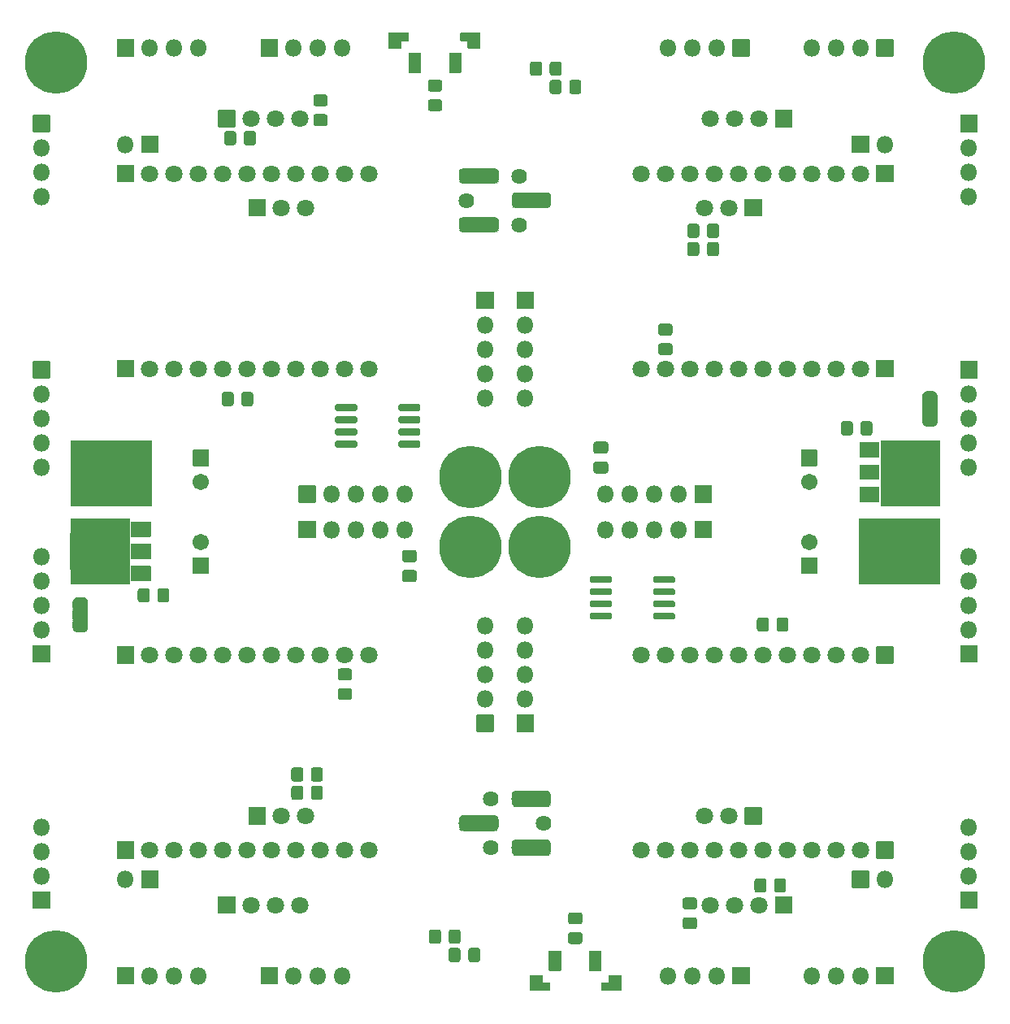
<source format=gbs>
G04 #@! TF.GenerationSoftware,KiCad,Pcbnew,5.1.8-1.fc31*
G04 #@! TF.CreationDate,2021-06-10T12:46:03+02:00*
G04 #@! TF.ProjectId,LoRaWANV2_panelized,4c6f5261-5741-44e5-9632-5f70616e656c,rev?*
G04 #@! TF.SameCoordinates,Original*
G04 #@! TF.FileFunction,Soldermask,Bot*
G04 #@! TF.FilePolarity,Negative*
%FSLAX46Y46*%
G04 Gerber Fmt 4.6, Leading zero omitted, Abs format (unit mm)*
G04 Created by KiCad (PCBNEW 5.1.8-1.fc31) date 2021-06-10 12:46:03*
%MOMM*%
%LPD*%
G01*
G04 APERTURE LIST*
%ADD10C,0.100000*%
%ADD11C,1.626000*%
%ADD12O,1.802000X1.802000*%
%ADD13C,1.802000*%
%ADD14C,6.502000*%
%ADD15C,1.702000*%
G04 APERTURE END LIST*
D10*
G36*
X51181000Y-87376000D02*
G01*
X42799000Y-87376000D01*
X42799000Y-80645000D01*
X51181000Y-80645000D01*
X51181000Y-87376000D01*
G37*
X51181000Y-87376000D02*
X42799000Y-87376000D01*
X42799000Y-80645000D01*
X51181000Y-80645000D01*
X51181000Y-87376000D01*
G36*
X133350000Y-87376000D02*
G01*
X127254000Y-87376000D01*
X127254000Y-80645000D01*
X133350000Y-80645000D01*
X133350000Y-87376000D01*
G37*
X133350000Y-87376000D02*
X127254000Y-87376000D01*
X127254000Y-80645000D01*
X133350000Y-80645000D01*
X133350000Y-87376000D01*
G36*
X133350000Y-95504000D02*
G01*
X124968000Y-95504000D01*
X124968000Y-88773000D01*
X133350000Y-88773000D01*
X133350000Y-95504000D01*
G37*
X133350000Y-95504000D02*
X124968000Y-95504000D01*
X124968000Y-88773000D01*
X133350000Y-88773000D01*
X133350000Y-95504000D01*
G36*
X48895000Y-95504000D02*
G01*
X42799000Y-95504000D01*
X42799000Y-88773000D01*
X48895000Y-88773000D01*
X48895000Y-95504000D01*
G37*
X48895000Y-95504000D02*
X42799000Y-95504000D01*
X42799000Y-88773000D01*
X48895000Y-88773000D01*
X48895000Y-95504000D01*
G36*
X51181000Y-87376000D02*
G01*
X42799000Y-87376000D01*
X42799000Y-80645000D01*
X51181000Y-80645000D01*
X51181000Y-87376000D01*
G37*
X51181000Y-87376000D02*
X42799000Y-87376000D01*
X42799000Y-80645000D01*
X51181000Y-80645000D01*
X51181000Y-87376000D01*
G36*
X133350000Y-87376000D02*
G01*
X127254000Y-87376000D01*
X127254000Y-80645000D01*
X133350000Y-80645000D01*
X133350000Y-87376000D01*
G37*
X133350000Y-87376000D02*
X127254000Y-87376000D01*
X127254000Y-80645000D01*
X133350000Y-80645000D01*
X133350000Y-87376000D01*
G36*
X133350000Y-95504000D02*
G01*
X124968000Y-95504000D01*
X124968000Y-88773000D01*
X133350000Y-88773000D01*
X133350000Y-95504000D01*
G37*
X133350000Y-95504000D02*
X124968000Y-95504000D01*
X124968000Y-88773000D01*
X133350000Y-88773000D01*
X133350000Y-95504000D01*
G36*
X48895000Y-95504000D02*
G01*
X42799000Y-95504000D01*
X42799000Y-88773000D01*
X48895000Y-88773000D01*
X48895000Y-95504000D01*
G37*
X48895000Y-95504000D02*
X42799000Y-95504000D01*
X42799000Y-88773000D01*
X48895000Y-88773000D01*
X48895000Y-95504000D01*
G04 #@! TO.C,IR1*
G36*
G01*
X86988500Y-53899000D02*
X83699500Y-53899000D01*
G75*
G02*
X83293000Y-53492500I0J406500D01*
G01*
X83293000Y-52679500D01*
G75*
G02*
X83699500Y-52273000I406500J0D01*
G01*
X86988500Y-52273000D01*
G75*
G02*
X87395000Y-52679500I0J-406500D01*
G01*
X87395000Y-53492500D01*
G75*
G02*
X86988500Y-53899000I-406500J0D01*
G01*
G37*
G36*
G01*
X86988500Y-58979000D02*
X83699500Y-58979000D01*
G75*
G02*
X83293000Y-58572500I0J406500D01*
G01*
X83293000Y-57759500D01*
G75*
G02*
X83699500Y-57353000I406500J0D01*
G01*
X86988500Y-57353000D01*
G75*
G02*
X87395000Y-57759500I0J-406500D01*
G01*
X87395000Y-58572500D01*
G75*
G02*
X86988500Y-58979000I-406500J0D01*
G01*
G37*
D11*
X86614000Y-58166000D03*
X84074000Y-55626000D03*
X86614000Y-53086000D03*
G04 #@! TD*
D12*
G04 #@! TO.C,J4*
X56134000Y-39751000D03*
X53594000Y-39751000D03*
X51054000Y-39751000D03*
G36*
G01*
X49364000Y-40652000D02*
X47664000Y-40652000D01*
G75*
G02*
X47613000Y-40601000I0J51000D01*
G01*
X47613000Y-38901000D01*
G75*
G02*
X47664000Y-38850000I51000J0D01*
G01*
X49364000Y-38850000D01*
G75*
G02*
X49415000Y-38901000I0J-51000D01*
G01*
X49415000Y-40601000D01*
G75*
G02*
X49364000Y-40652000I-51000J0D01*
G01*
G37*
G04 #@! TD*
D13*
G04 #@! TO.C,U4*
X73914000Y-52832000D03*
X71374000Y-52832000D03*
X68834000Y-52832000D03*
X66294000Y-52832000D03*
X61214000Y-52832000D03*
X63754000Y-52832000D03*
X58674000Y-52832000D03*
X56134000Y-52832000D03*
X51054000Y-52832000D03*
X53594000Y-52832000D03*
G36*
G01*
X47664000Y-51931000D02*
X49364000Y-51931000D01*
G75*
G02*
X49415000Y-51982000I0J-51000D01*
G01*
X49415000Y-53682000D01*
G75*
G02*
X49364000Y-53733000I-51000J0D01*
G01*
X47664000Y-53733000D01*
G75*
G02*
X47613000Y-53682000I0J51000D01*
G01*
X47613000Y-51982000D01*
G75*
G02*
X47664000Y-51931000I51000J0D01*
G01*
G37*
G36*
G01*
X47664000Y-72251000D02*
X49364000Y-72251000D01*
G75*
G02*
X49415000Y-72302000I0J-51000D01*
G01*
X49415000Y-74002000D01*
G75*
G02*
X49364000Y-74053000I-51000J0D01*
G01*
X47664000Y-74053000D01*
G75*
G02*
X47613000Y-74002000I0J51000D01*
G01*
X47613000Y-72302000D01*
G75*
G02*
X47664000Y-72251000I51000J0D01*
G01*
G37*
X51054000Y-73152000D03*
X53594000Y-73152000D03*
X56134000Y-73152000D03*
X58674000Y-73152000D03*
X61214000Y-73152000D03*
X63754000Y-73152000D03*
X66294000Y-73152000D03*
X68834000Y-73152000D03*
X71374000Y-73152000D03*
X73914000Y-73152000D03*
G04 #@! TD*
D12*
G04 #@! TO.C,J7*
X85979000Y-76200000D03*
X85979000Y-73660000D03*
X85979000Y-71120000D03*
X85979000Y-68580000D03*
G36*
G01*
X85078000Y-66890000D02*
X85078000Y-65190000D01*
G75*
G02*
X85129000Y-65139000I51000J0D01*
G01*
X86829000Y-65139000D01*
G75*
G02*
X86880000Y-65190000I0J-51000D01*
G01*
X86880000Y-66890000D01*
G75*
G02*
X86829000Y-66941000I-51000J0D01*
G01*
X85129000Y-66941000D01*
G75*
G02*
X85078000Y-66890000I0J51000D01*
G01*
G37*
G04 #@! TD*
G04 #@! TO.C,J6*
X39751000Y-83439000D03*
X39751000Y-80899000D03*
X39751000Y-78359000D03*
X39751000Y-75819000D03*
G36*
G01*
X38850000Y-74129000D02*
X38850000Y-72429000D01*
G75*
G02*
X38901000Y-72378000I51000J0D01*
G01*
X40601000Y-72378000D01*
G75*
G02*
X40652000Y-72429000I0J-51000D01*
G01*
X40652000Y-74129000D01*
G75*
G02*
X40601000Y-74180000I-51000J0D01*
G01*
X38901000Y-74180000D01*
G75*
G02*
X38850000Y-74129000I0J51000D01*
G01*
G37*
G04 #@! TD*
G04 #@! TO.C,U2*
G36*
G01*
X76954000Y-81201500D02*
X76954000Y-80850500D01*
G75*
G02*
X77129500Y-80675000I175500J0D01*
G01*
X79080500Y-80675000D01*
G75*
G02*
X79256000Y-80850500I0J-175500D01*
G01*
X79256000Y-81201500D01*
G75*
G02*
X79080500Y-81377000I-175500J0D01*
G01*
X77129500Y-81377000D01*
G75*
G02*
X76954000Y-81201500I0J175500D01*
G01*
G37*
G36*
G01*
X76954000Y-79931500D02*
X76954000Y-79580500D01*
G75*
G02*
X77129500Y-79405000I175500J0D01*
G01*
X79080500Y-79405000D01*
G75*
G02*
X79256000Y-79580500I0J-175500D01*
G01*
X79256000Y-79931500D01*
G75*
G02*
X79080500Y-80107000I-175500J0D01*
G01*
X77129500Y-80107000D01*
G75*
G02*
X76954000Y-79931500I0J175500D01*
G01*
G37*
G36*
G01*
X76954000Y-78661500D02*
X76954000Y-78310500D01*
G75*
G02*
X77129500Y-78135000I175500J0D01*
G01*
X79080500Y-78135000D01*
G75*
G02*
X79256000Y-78310500I0J-175500D01*
G01*
X79256000Y-78661500D01*
G75*
G02*
X79080500Y-78837000I-175500J0D01*
G01*
X77129500Y-78837000D01*
G75*
G02*
X76954000Y-78661500I0J175500D01*
G01*
G37*
G36*
G01*
X76954000Y-77391500D02*
X76954000Y-77040500D01*
G75*
G02*
X77129500Y-76865000I175500J0D01*
G01*
X79080500Y-76865000D01*
G75*
G02*
X79256000Y-77040500I0J-175500D01*
G01*
X79256000Y-77391500D01*
G75*
G02*
X79080500Y-77567000I-175500J0D01*
G01*
X77129500Y-77567000D01*
G75*
G02*
X76954000Y-77391500I0J175500D01*
G01*
G37*
G36*
G01*
X70354000Y-77391500D02*
X70354000Y-77040500D01*
G75*
G02*
X70529500Y-76865000I175500J0D01*
G01*
X72480500Y-76865000D01*
G75*
G02*
X72656000Y-77040500I0J-175500D01*
G01*
X72656000Y-77391500D01*
G75*
G02*
X72480500Y-77567000I-175500J0D01*
G01*
X70529500Y-77567000D01*
G75*
G02*
X70354000Y-77391500I0J175500D01*
G01*
G37*
G36*
G01*
X70354000Y-78661500D02*
X70354000Y-78310500D01*
G75*
G02*
X70529500Y-78135000I175500J0D01*
G01*
X72480500Y-78135000D01*
G75*
G02*
X72656000Y-78310500I0J-175500D01*
G01*
X72656000Y-78661500D01*
G75*
G02*
X72480500Y-78837000I-175500J0D01*
G01*
X70529500Y-78837000D01*
G75*
G02*
X70354000Y-78661500I0J175500D01*
G01*
G37*
G36*
G01*
X70354000Y-79931500D02*
X70354000Y-79580500D01*
G75*
G02*
X70529500Y-79405000I175500J0D01*
G01*
X72480500Y-79405000D01*
G75*
G02*
X72656000Y-79580500I0J-175500D01*
G01*
X72656000Y-79931500D01*
G75*
G02*
X72480500Y-80107000I-175500J0D01*
G01*
X70529500Y-80107000D01*
G75*
G02*
X70354000Y-79931500I0J175500D01*
G01*
G37*
G36*
G01*
X70354000Y-81201500D02*
X70354000Y-80850500D01*
G75*
G02*
X70529500Y-80675000I175500J0D01*
G01*
X72480500Y-80675000D01*
G75*
G02*
X72656000Y-80850500I0J-175500D01*
G01*
X72656000Y-81201500D01*
G75*
G02*
X72480500Y-81377000I-175500J0D01*
G01*
X70529500Y-81377000D01*
G75*
G02*
X70354000Y-81201500I0J175500D01*
G01*
G37*
G04 #@! TD*
D13*
G04 #@! TO.C,U1*
X66675000Y-47117000D03*
X64135000Y-47117000D03*
X61595000Y-47117000D03*
G36*
G01*
X58154000Y-47967000D02*
X58154000Y-46267000D01*
G75*
G02*
X58205000Y-46216000I51000J0D01*
G01*
X59905000Y-46216000D01*
G75*
G02*
X59956000Y-46267000I0J-51000D01*
G01*
X59956000Y-47967000D01*
G75*
G02*
X59905000Y-48018000I-51000J0D01*
G01*
X58205000Y-48018000D01*
G75*
G02*
X58154000Y-47967000I0J51000D01*
G01*
G37*
G04 #@! TD*
G04 #@! TO.C,SW1*
G36*
G01*
X85506000Y-38208000D02*
X85506000Y-39008000D01*
G75*
G02*
X85455000Y-39059000I-51000J0D01*
G01*
X83455000Y-39059000D01*
G75*
G02*
X83404000Y-39008000I0J51000D01*
G01*
X83404000Y-38208000D01*
G75*
G02*
X83455000Y-38157000I51000J0D01*
G01*
X85455000Y-38157000D01*
G75*
G02*
X85506000Y-38208000I0J-51000D01*
G01*
G37*
G36*
G01*
X85522000Y-38227000D02*
X85522000Y-39751000D01*
G75*
G02*
X85471000Y-39802000I-51000J0D01*
G01*
X84201000Y-39802000D01*
G75*
G02*
X84150000Y-39751000I0J51000D01*
G01*
X84150000Y-38227000D01*
G75*
G02*
X84201000Y-38176000I51000J0D01*
G01*
X85471000Y-38176000D01*
G75*
G02*
X85522000Y-38227000I0J-51000D01*
G01*
G37*
G36*
G01*
X78013000Y-38208000D02*
X78013000Y-39008000D01*
G75*
G02*
X77962000Y-39059000I-51000J0D01*
G01*
X75962000Y-39059000D01*
G75*
G02*
X75911000Y-39008000I0J51000D01*
G01*
X75911000Y-38208000D01*
G75*
G02*
X75962000Y-38157000I51000J0D01*
G01*
X77962000Y-38157000D01*
G75*
G02*
X78013000Y-38208000I0J-51000D01*
G01*
G37*
G36*
G01*
X77267000Y-38227000D02*
X77267000Y-39751000D01*
G75*
G02*
X77216000Y-39802000I-51000J0D01*
G01*
X75946000Y-39802000D01*
G75*
G02*
X75895000Y-39751000I0J51000D01*
G01*
X75895000Y-38227000D01*
G75*
G02*
X75946000Y-38176000I51000J0D01*
G01*
X77216000Y-38176000D01*
G75*
G02*
X77267000Y-38227000I0J-51000D01*
G01*
G37*
G36*
G01*
X83523000Y-40293999D02*
X83523000Y-42294001D01*
G75*
G02*
X83472001Y-42345000I-50999J0D01*
G01*
X82271999Y-42345000D01*
G75*
G02*
X82221000Y-42294001I0J50999D01*
G01*
X82221000Y-40293999D01*
G75*
G02*
X82271999Y-40243000I50999J0D01*
G01*
X83472001Y-40243000D01*
G75*
G02*
X83523000Y-40293999I0J-50999D01*
G01*
G37*
G36*
G01*
X79323000Y-40293999D02*
X79323000Y-42294001D01*
G75*
G02*
X79272001Y-42345000I-50999J0D01*
G01*
X78071999Y-42345000D01*
G75*
G02*
X78021000Y-42294001I0J50999D01*
G01*
X78021000Y-40293999D01*
G75*
G02*
X78071999Y-40243000I50999J0D01*
G01*
X79272001Y-40243000D01*
G75*
G02*
X79323000Y-40293999I0J-50999D01*
G01*
G37*
G04 #@! TD*
G04 #@! TO.C,R5*
G36*
G01*
X60588000Y-76805828D02*
X60588000Y-75848172D01*
G75*
G02*
X60860172Y-75576000I272172J0D01*
G01*
X61567828Y-75576000D01*
G75*
G02*
X61840000Y-75848172I0J-272172D01*
G01*
X61840000Y-76805828D01*
G75*
G02*
X61567828Y-77078000I-272172J0D01*
G01*
X60860172Y-77078000D01*
G75*
G02*
X60588000Y-76805828I0J272172D01*
G01*
G37*
G36*
G01*
X58538000Y-76805828D02*
X58538000Y-75848172D01*
G75*
G02*
X58810172Y-75576000I272172J0D01*
G01*
X59517828Y-75576000D01*
G75*
G02*
X59790000Y-75848172I0J-272172D01*
G01*
X59790000Y-76805828D01*
G75*
G02*
X59517828Y-77078000I-272172J0D01*
G01*
X58810172Y-77078000D01*
G75*
G02*
X58538000Y-76805828I0J272172D01*
G01*
G37*
G04 #@! TD*
G04 #@! TO.C,R4*
G36*
G01*
X69312828Y-45838000D02*
X68355172Y-45838000D01*
G75*
G02*
X68083000Y-45565828I0J272172D01*
G01*
X68083000Y-44858172D01*
G75*
G02*
X68355172Y-44586000I272172J0D01*
G01*
X69312828Y-44586000D01*
G75*
G02*
X69585000Y-44858172I0J-272172D01*
G01*
X69585000Y-45565828D01*
G75*
G02*
X69312828Y-45838000I-272172J0D01*
G01*
G37*
G36*
G01*
X69312828Y-47888000D02*
X68355172Y-47888000D01*
G75*
G02*
X68083000Y-47615828I0J272172D01*
G01*
X68083000Y-46908172D01*
G75*
G02*
X68355172Y-46636000I272172J0D01*
G01*
X69312828Y-46636000D01*
G75*
G02*
X69585000Y-46908172I0J-272172D01*
G01*
X69585000Y-47615828D01*
G75*
G02*
X69312828Y-47888000I-272172J0D01*
G01*
G37*
G04 #@! TD*
G04 #@! TO.C,R3*
G36*
G01*
X60053000Y-48670172D02*
X60053000Y-49627828D01*
G75*
G02*
X59780828Y-49900000I-272172J0D01*
G01*
X59073172Y-49900000D01*
G75*
G02*
X58801000Y-49627828I0J272172D01*
G01*
X58801000Y-48670172D01*
G75*
G02*
X59073172Y-48398000I272172J0D01*
G01*
X59780828Y-48398000D01*
G75*
G02*
X60053000Y-48670172I0J-272172D01*
G01*
G37*
G36*
G01*
X62103000Y-48670172D02*
X62103000Y-49627828D01*
G75*
G02*
X61830828Y-49900000I-272172J0D01*
G01*
X61123172Y-49900000D01*
G75*
G02*
X60851000Y-49627828I0J272172D01*
G01*
X60851000Y-48670172D01*
G75*
G02*
X61123172Y-48398000I272172J0D01*
G01*
X61830828Y-48398000D01*
G75*
G02*
X62103000Y-48670172I0J-272172D01*
G01*
G37*
G04 #@! TD*
D12*
G04 #@! TO.C,J5*
X77597000Y-86233000D03*
X75057000Y-86233000D03*
X72517000Y-86233000D03*
X69977000Y-86233000D03*
G36*
G01*
X68287000Y-87134000D02*
X66587000Y-87134000D01*
G75*
G02*
X66536000Y-87083000I0J51000D01*
G01*
X66536000Y-85383000D01*
G75*
G02*
X66587000Y-85332000I51000J0D01*
G01*
X68287000Y-85332000D01*
G75*
G02*
X68338000Y-85383000I0J-51000D01*
G01*
X68338000Y-87083000D01*
G75*
G02*
X68287000Y-87134000I-51000J0D01*
G01*
G37*
G04 #@! TD*
G04 #@! TO.C,J3*
X39751000Y-55245000D03*
X39751000Y-52705000D03*
X39751000Y-50165000D03*
G36*
G01*
X38850000Y-48475000D02*
X38850000Y-46775000D01*
G75*
G02*
X38901000Y-46724000I51000J0D01*
G01*
X40601000Y-46724000D01*
G75*
G02*
X40652000Y-46775000I0J-51000D01*
G01*
X40652000Y-48475000D01*
G75*
G02*
X40601000Y-48526000I-51000J0D01*
G01*
X38901000Y-48526000D01*
G75*
G02*
X38850000Y-48475000I0J51000D01*
G01*
G37*
G04 #@! TD*
G04 #@! TO.C,J2*
X48514000Y-49784000D03*
G36*
G01*
X51904000Y-50685000D02*
X50204000Y-50685000D01*
G75*
G02*
X50153000Y-50634000I0J51000D01*
G01*
X50153000Y-48934000D01*
G75*
G02*
X50204000Y-48883000I51000J0D01*
G01*
X51904000Y-48883000D01*
G75*
G02*
X51955000Y-48934000I0J-51000D01*
G01*
X51955000Y-50634000D01*
G75*
G02*
X51904000Y-50685000I-51000J0D01*
G01*
G37*
G04 #@! TD*
G04 #@! TO.C,J1*
X71120000Y-39751000D03*
X68580000Y-39751000D03*
X66040000Y-39751000D03*
G36*
G01*
X64350000Y-40652000D02*
X62650000Y-40652000D01*
G75*
G02*
X62599000Y-40601000I0J51000D01*
G01*
X62599000Y-38901000D01*
G75*
G02*
X62650000Y-38850000I51000J0D01*
G01*
X64350000Y-38850000D01*
G75*
G02*
X64401000Y-38901000I0J-51000D01*
G01*
X64401000Y-40601000D01*
G75*
G02*
X64350000Y-40652000I-51000J0D01*
G01*
G37*
G04 #@! TD*
D13*
G04 #@! TO.C,IR2*
X67310000Y-56388000D03*
X64770000Y-56388000D03*
G36*
G01*
X61329000Y-57238000D02*
X61329000Y-55538000D01*
G75*
G02*
X61380000Y-55487000I51000J0D01*
G01*
X63080000Y-55487000D01*
G75*
G02*
X63131000Y-55538000I0J-51000D01*
G01*
X63131000Y-57238000D01*
G75*
G02*
X63080000Y-57289000I-51000J0D01*
G01*
X61380000Y-57289000D01*
G75*
G02*
X61329000Y-57238000I0J51000D01*
G01*
G37*
G04 #@! TD*
D14*
G04 #@! TO.C,H2*
X84455000Y-84455000D03*
G04 #@! TD*
G04 #@! TO.C,H1*
X41275000Y-41275000D03*
G04 #@! TD*
D15*
G04 #@! TO.C,C3*
X56388000Y-84963000D03*
G36*
G01*
X55588000Y-81612000D02*
X57188000Y-81612000D01*
G75*
G02*
X57239000Y-81663000I0J-51000D01*
G01*
X57239000Y-83263000D01*
G75*
G02*
X57188000Y-83314000I-51000J0D01*
G01*
X55588000Y-83314000D01*
G75*
G02*
X55537000Y-83263000I0J51000D01*
G01*
X55537000Y-81663000D01*
G75*
G02*
X55588000Y-81612000I51000J0D01*
G01*
G37*
G04 #@! TD*
G04 #@! TO.C,C1*
G36*
G01*
X80293172Y-45094000D02*
X81250828Y-45094000D01*
G75*
G02*
X81523000Y-45366172I0J-272172D01*
G01*
X81523000Y-46073828D01*
G75*
G02*
X81250828Y-46346000I-272172J0D01*
G01*
X80293172Y-46346000D01*
G75*
G02*
X80021000Y-46073828I0J272172D01*
G01*
X80021000Y-45366172D01*
G75*
G02*
X80293172Y-45094000I272172J0D01*
G01*
G37*
G36*
G01*
X80293172Y-43044000D02*
X81250828Y-43044000D01*
G75*
G02*
X81523000Y-43316172I0J-272172D01*
G01*
X81523000Y-44023828D01*
G75*
G02*
X81250828Y-44296000I-272172J0D01*
G01*
X80293172Y-44296000D01*
G75*
G02*
X80021000Y-44023828I0J272172D01*
G01*
X80021000Y-43316172D01*
G75*
G02*
X80293172Y-43044000I272172J0D01*
G01*
G37*
G04 #@! TD*
G04 #@! TO.C,C4*
G36*
G01*
X98548298Y-82024000D02*
X97539702Y-82024000D01*
G75*
G02*
X97268000Y-81752298I0J271702D01*
G01*
X97268000Y-81018702D01*
G75*
G02*
X97539702Y-80747000I271702J0D01*
G01*
X98548298Y-80747000D01*
G75*
G02*
X98820000Y-81018702I0J-271702D01*
G01*
X98820000Y-81752298D01*
G75*
G02*
X98548298Y-82024000I-271702J0D01*
G01*
G37*
G36*
G01*
X98548298Y-84099000D02*
X97539702Y-84099000D01*
G75*
G02*
X97268000Y-83827298I0J271702D01*
G01*
X97268000Y-83093702D01*
G75*
G02*
X97539702Y-82822000I271702J0D01*
G01*
X98548298Y-82822000D01*
G75*
G02*
X98820000Y-83093702I0J-271702D01*
G01*
X98820000Y-83827298D01*
G75*
G02*
X98548298Y-84099000I-271702J0D01*
G01*
G37*
G04 #@! TD*
G04 #@! TO.C,IR1*
G36*
G01*
X92449500Y-56439000D02*
X89160500Y-56439000D01*
G75*
G02*
X88754000Y-56032500I0J406500D01*
G01*
X88754000Y-55219500D01*
G75*
G02*
X89160500Y-54813000I406500J0D01*
G01*
X92449500Y-54813000D01*
G75*
G02*
X92856000Y-55219500I0J-406500D01*
G01*
X92856000Y-56032500D01*
G75*
G02*
X92449500Y-56439000I-406500J0D01*
G01*
G37*
D11*
X89535000Y-58166000D03*
X92075000Y-55626000D03*
X89535000Y-53086000D03*
G04 #@! TD*
D12*
G04 #@! TO.C,J4*
X120015000Y-39751000D03*
X122555000Y-39751000D03*
X125095000Y-39751000D03*
G36*
G01*
X128485000Y-40652000D02*
X126785000Y-40652000D01*
G75*
G02*
X126734000Y-40601000I0J51000D01*
G01*
X126734000Y-38901000D01*
G75*
G02*
X126785000Y-38850000I51000J0D01*
G01*
X128485000Y-38850000D01*
G75*
G02*
X128536000Y-38901000I0J-51000D01*
G01*
X128536000Y-40601000D01*
G75*
G02*
X128485000Y-40652000I-51000J0D01*
G01*
G37*
G04 #@! TD*
G04 #@! TO.C,U3*
G36*
G01*
X124983000Y-86997000D02*
X124983000Y-85497000D01*
G75*
G02*
X125034000Y-85446000I51000J0D01*
G01*
X127034000Y-85446000D01*
G75*
G02*
X127085000Y-85497000I0J-51000D01*
G01*
X127085000Y-86997000D01*
G75*
G02*
X127034000Y-87048000I-51000J0D01*
G01*
X125034000Y-87048000D01*
G75*
G02*
X124983000Y-86997000I0J51000D01*
G01*
G37*
G36*
G01*
X124983000Y-82397000D02*
X124983000Y-80897000D01*
G75*
G02*
X125034000Y-80846000I51000J0D01*
G01*
X127034000Y-80846000D01*
G75*
G02*
X127085000Y-80897000I0J-51000D01*
G01*
X127085000Y-82397000D01*
G75*
G02*
X127034000Y-82448000I-51000J0D01*
G01*
X125034000Y-82448000D01*
G75*
G02*
X124983000Y-82397000I0J51000D01*
G01*
G37*
G36*
G01*
X124983000Y-84697000D02*
X124983000Y-83197000D01*
G75*
G02*
X125034000Y-83146000I51000J0D01*
G01*
X127034000Y-83146000D01*
G75*
G02*
X127085000Y-83197000I0J-51000D01*
G01*
X127085000Y-84697000D01*
G75*
G02*
X127034000Y-84748000I-51000J0D01*
G01*
X125034000Y-84748000D01*
G75*
G02*
X124983000Y-84697000I0J51000D01*
G01*
G37*
G36*
G01*
X131283000Y-85847000D02*
X131283000Y-82047000D01*
G75*
G02*
X131334000Y-81996000I51000J0D01*
G01*
X133334000Y-81996000D01*
G75*
G02*
X133385000Y-82047000I0J-51000D01*
G01*
X133385000Y-85847000D01*
G75*
G02*
X133334000Y-85898000I-51000J0D01*
G01*
X131334000Y-85898000D01*
G75*
G02*
X131283000Y-85847000I0J51000D01*
G01*
G37*
G04 #@! TD*
D13*
G04 #@! TO.C,U4*
X102235000Y-52832000D03*
X104775000Y-52832000D03*
X107315000Y-52832000D03*
X109855000Y-52832000D03*
X114935000Y-52832000D03*
X112395000Y-52832000D03*
X117475000Y-52832000D03*
X120015000Y-52832000D03*
X125095000Y-52832000D03*
X122555000Y-52832000D03*
G36*
G01*
X126785000Y-51931000D02*
X128485000Y-51931000D01*
G75*
G02*
X128536000Y-51982000I0J-51000D01*
G01*
X128536000Y-53682000D01*
G75*
G02*
X128485000Y-53733000I-51000J0D01*
G01*
X126785000Y-53733000D01*
G75*
G02*
X126734000Y-53682000I0J51000D01*
G01*
X126734000Y-51982000D01*
G75*
G02*
X126785000Y-51931000I51000J0D01*
G01*
G37*
G36*
G01*
X126785000Y-72251000D02*
X128485000Y-72251000D01*
G75*
G02*
X128536000Y-72302000I0J-51000D01*
G01*
X128536000Y-74002000D01*
G75*
G02*
X128485000Y-74053000I-51000J0D01*
G01*
X126785000Y-74053000D01*
G75*
G02*
X126734000Y-74002000I0J51000D01*
G01*
X126734000Y-72302000D01*
G75*
G02*
X126785000Y-72251000I51000J0D01*
G01*
G37*
X125095000Y-73152000D03*
X122555000Y-73152000D03*
X120015000Y-73152000D03*
X117475000Y-73152000D03*
X114935000Y-73152000D03*
X112395000Y-73152000D03*
X109855000Y-73152000D03*
X107315000Y-73152000D03*
X104775000Y-73152000D03*
X102235000Y-73152000D03*
G04 #@! TD*
G04 #@! TO.C,R8*
G36*
G01*
X109111000Y-59279828D02*
X109111000Y-58322172D01*
G75*
G02*
X109383172Y-58050000I272172J0D01*
G01*
X110090828Y-58050000D01*
G75*
G02*
X110363000Y-58322172I0J-272172D01*
G01*
X110363000Y-59279828D01*
G75*
G02*
X110090828Y-59552000I-272172J0D01*
G01*
X109383172Y-59552000D01*
G75*
G02*
X109111000Y-59279828I0J272172D01*
G01*
G37*
G36*
G01*
X107061000Y-59279828D02*
X107061000Y-58322172D01*
G75*
G02*
X107333172Y-58050000I272172J0D01*
G01*
X108040828Y-58050000D01*
G75*
G02*
X108313000Y-58322172I0J-272172D01*
G01*
X108313000Y-59279828D01*
G75*
G02*
X108040828Y-59552000I-272172J0D01*
G01*
X107333172Y-59552000D01*
G75*
G02*
X107061000Y-59279828I0J272172D01*
G01*
G37*
G04 #@! TD*
G04 #@! TO.C,R7*
G36*
G01*
X109102000Y-61184828D02*
X109102000Y-60227172D01*
G75*
G02*
X109374172Y-59955000I272172J0D01*
G01*
X110081828Y-59955000D01*
G75*
G02*
X110354000Y-60227172I0J-272172D01*
G01*
X110354000Y-61184828D01*
G75*
G02*
X110081828Y-61457000I-272172J0D01*
G01*
X109374172Y-61457000D01*
G75*
G02*
X109102000Y-61184828I0J272172D01*
G01*
G37*
G36*
G01*
X107052000Y-61184828D02*
X107052000Y-60227172D01*
G75*
G02*
X107324172Y-59955000I272172J0D01*
G01*
X108031828Y-59955000D01*
G75*
G02*
X108304000Y-60227172I0J-272172D01*
G01*
X108304000Y-61184828D01*
G75*
G02*
X108031828Y-61457000I-272172J0D01*
G01*
X107324172Y-61457000D01*
G75*
G02*
X107052000Y-61184828I0J272172D01*
G01*
G37*
G04 #@! TD*
D12*
G04 #@! TO.C,J7*
X90170000Y-76200000D03*
X90170000Y-73660000D03*
X90170000Y-71120000D03*
X90170000Y-68580000D03*
G36*
G01*
X91071000Y-65190000D02*
X91071000Y-66890000D01*
G75*
G02*
X91020000Y-66941000I-51000J0D01*
G01*
X89320000Y-66941000D01*
G75*
G02*
X89269000Y-66890000I0J51000D01*
G01*
X89269000Y-65190000D01*
G75*
G02*
X89320000Y-65139000I51000J0D01*
G01*
X91020000Y-65139000D01*
G75*
G02*
X91071000Y-65190000I0J-51000D01*
G01*
G37*
G04 #@! TD*
G04 #@! TO.C,J6*
X136398000Y-83439000D03*
X136398000Y-80899000D03*
X136398000Y-78359000D03*
X136398000Y-75819000D03*
G36*
G01*
X137299000Y-72429000D02*
X137299000Y-74129000D01*
G75*
G02*
X137248000Y-74180000I-51000J0D01*
G01*
X135548000Y-74180000D01*
G75*
G02*
X135497000Y-74129000I0J51000D01*
G01*
X135497000Y-72429000D01*
G75*
G02*
X135548000Y-72378000I51000J0D01*
G01*
X137248000Y-72378000D01*
G75*
G02*
X137299000Y-72429000I0J-51000D01*
G01*
G37*
G04 #@! TD*
D13*
G04 #@! TO.C,U1*
X109474000Y-47117000D03*
X112014000Y-47117000D03*
X114554000Y-47117000D03*
G36*
G01*
X117995000Y-46267000D02*
X117995000Y-47967000D01*
G75*
G02*
X117944000Y-48018000I-51000J0D01*
G01*
X116244000Y-48018000D01*
G75*
G02*
X116193000Y-47967000I0J51000D01*
G01*
X116193000Y-46267000D01*
G75*
G02*
X116244000Y-46216000I51000J0D01*
G01*
X117944000Y-46216000D01*
G75*
G02*
X117995000Y-46267000I0J-51000D01*
G01*
G37*
G04 #@! TD*
G04 #@! TO.C,R6*
G36*
G01*
X105253828Y-69714000D02*
X104296172Y-69714000D01*
G75*
G02*
X104024000Y-69441828I0J272172D01*
G01*
X104024000Y-68734172D01*
G75*
G02*
X104296172Y-68462000I272172J0D01*
G01*
X105253828Y-68462000D01*
G75*
G02*
X105526000Y-68734172I0J-272172D01*
G01*
X105526000Y-69441828D01*
G75*
G02*
X105253828Y-69714000I-272172J0D01*
G01*
G37*
G36*
G01*
X105253828Y-71764000D02*
X104296172Y-71764000D01*
G75*
G02*
X104024000Y-71491828I0J272172D01*
G01*
X104024000Y-70784172D01*
G75*
G02*
X104296172Y-70512000I272172J0D01*
G01*
X105253828Y-70512000D01*
G75*
G02*
X105526000Y-70784172I0J-272172D01*
G01*
X105526000Y-71491828D01*
G75*
G02*
X105253828Y-71764000I-272172J0D01*
G01*
G37*
G04 #@! TD*
G04 #@! TO.C,R2*
G36*
G01*
X94760000Y-44293828D02*
X94760000Y-43336172D01*
G75*
G02*
X95032172Y-43064000I272172J0D01*
G01*
X95739828Y-43064000D01*
G75*
G02*
X96012000Y-43336172I0J-272172D01*
G01*
X96012000Y-44293828D01*
G75*
G02*
X95739828Y-44566000I-272172J0D01*
G01*
X95032172Y-44566000D01*
G75*
G02*
X94760000Y-44293828I0J272172D01*
G01*
G37*
G36*
G01*
X92710000Y-44293828D02*
X92710000Y-43336172D01*
G75*
G02*
X92982172Y-43064000I272172J0D01*
G01*
X93689828Y-43064000D01*
G75*
G02*
X93962000Y-43336172I0J-272172D01*
G01*
X93962000Y-44293828D01*
G75*
G02*
X93689828Y-44566000I-272172J0D01*
G01*
X92982172Y-44566000D01*
G75*
G02*
X92710000Y-44293828I0J272172D01*
G01*
G37*
G04 #@! TD*
G04 #@! TO.C,R1*
G36*
G01*
X92719000Y-42388828D02*
X92719000Y-41431172D01*
G75*
G02*
X92991172Y-41159000I272172J0D01*
G01*
X93698828Y-41159000D01*
G75*
G02*
X93971000Y-41431172I0J-272172D01*
G01*
X93971000Y-42388828D01*
G75*
G02*
X93698828Y-42661000I-272172J0D01*
G01*
X92991172Y-42661000D01*
G75*
G02*
X92719000Y-42388828I0J272172D01*
G01*
G37*
G36*
G01*
X90669000Y-42388828D02*
X90669000Y-41431172D01*
G75*
G02*
X90941172Y-41159000I272172J0D01*
G01*
X91648828Y-41159000D01*
G75*
G02*
X91921000Y-41431172I0J-272172D01*
G01*
X91921000Y-42388828D01*
G75*
G02*
X91648828Y-42661000I-272172J0D01*
G01*
X90941172Y-42661000D01*
G75*
G02*
X90669000Y-42388828I0J272172D01*
G01*
G37*
G04 #@! TD*
G04 #@! TO.C,JP1*
G36*
G01*
X133084000Y-77894000D02*
X131584000Y-77894000D01*
G75*
G02*
X131533000Y-77843000I0J51000D01*
G01*
X131533000Y-76843000D01*
G75*
G02*
X131584000Y-76792000I51000J0D01*
G01*
X133084000Y-76792000D01*
G75*
G02*
X133135000Y-76843000I0J-51000D01*
G01*
X133135000Y-77843000D01*
G75*
G02*
X133084000Y-77894000I-51000J0D01*
G01*
G37*
D10*
G36*
X131533602Y-76036888D02*
G01*
X131533602Y-76018466D01*
X131533848Y-76013467D01*
X131538658Y-75964636D01*
X131539392Y-75959686D01*
X131548964Y-75911561D01*
X131550180Y-75906705D01*
X131564424Y-75859750D01*
X131566110Y-75855039D01*
X131584887Y-75809706D01*
X131587027Y-75805180D01*
X131610158Y-75761907D01*
X131612731Y-75757616D01*
X131639991Y-75716817D01*
X131642973Y-75712796D01*
X131674101Y-75674867D01*
X131677462Y-75671159D01*
X131712159Y-75636462D01*
X131715867Y-75633101D01*
X131753796Y-75601973D01*
X131757817Y-75598991D01*
X131798616Y-75571731D01*
X131802907Y-75569158D01*
X131846180Y-75546027D01*
X131850706Y-75543887D01*
X131896039Y-75525110D01*
X131900750Y-75523424D01*
X131947705Y-75509180D01*
X131952561Y-75507964D01*
X132000686Y-75498392D01*
X132005636Y-75497658D01*
X132054467Y-75492848D01*
X132059466Y-75492602D01*
X132077888Y-75492602D01*
X132084000Y-75492000D01*
X132584000Y-75492000D01*
X132590112Y-75492602D01*
X132608534Y-75492602D01*
X132613533Y-75492848D01*
X132662364Y-75497658D01*
X132667314Y-75498392D01*
X132715439Y-75507964D01*
X132720295Y-75509180D01*
X132767250Y-75523424D01*
X132771961Y-75525110D01*
X132817294Y-75543887D01*
X132821820Y-75546027D01*
X132865093Y-75569158D01*
X132869384Y-75571731D01*
X132910183Y-75598991D01*
X132914204Y-75601973D01*
X132952133Y-75633101D01*
X132955841Y-75636462D01*
X132990538Y-75671159D01*
X132993899Y-75674867D01*
X133025027Y-75712796D01*
X133028009Y-75716817D01*
X133055269Y-75757616D01*
X133057842Y-75761907D01*
X133080973Y-75805180D01*
X133083113Y-75809706D01*
X133101890Y-75855039D01*
X133103576Y-75859750D01*
X133117820Y-75906705D01*
X133119036Y-75911561D01*
X133128608Y-75959686D01*
X133129342Y-75964636D01*
X133134152Y-76013467D01*
X133134398Y-76018466D01*
X133134398Y-76036888D01*
X133135000Y-76043000D01*
X133135000Y-76593000D01*
X133134020Y-76602950D01*
X133131118Y-76612517D01*
X133126405Y-76621334D01*
X133120062Y-76629062D01*
X133112334Y-76635405D01*
X133103517Y-76640118D01*
X133093950Y-76643020D01*
X133084000Y-76644000D01*
X131584000Y-76644000D01*
X131574050Y-76643020D01*
X131564483Y-76640118D01*
X131555666Y-76635405D01*
X131547938Y-76629062D01*
X131541595Y-76621334D01*
X131536882Y-76612517D01*
X131533980Y-76602950D01*
X131533000Y-76593000D01*
X131533000Y-76043000D01*
X131533602Y-76036888D01*
G37*
G36*
X131533980Y-78083050D02*
G01*
X131536882Y-78073483D01*
X131541595Y-78064666D01*
X131547938Y-78056938D01*
X131555666Y-78050595D01*
X131564483Y-78045882D01*
X131574050Y-78042980D01*
X131584000Y-78042000D01*
X133084000Y-78042000D01*
X133093950Y-78042980D01*
X133103517Y-78045882D01*
X133112334Y-78050595D01*
X133120062Y-78056938D01*
X133126405Y-78064666D01*
X133131118Y-78073483D01*
X133134020Y-78083050D01*
X133135000Y-78093000D01*
X133135000Y-78643000D01*
X133134398Y-78649112D01*
X133134398Y-78667534D01*
X133134152Y-78672533D01*
X133129342Y-78721364D01*
X133128608Y-78726314D01*
X133119036Y-78774439D01*
X133117820Y-78779295D01*
X133103576Y-78826250D01*
X133101890Y-78830961D01*
X133083113Y-78876294D01*
X133080973Y-78880820D01*
X133057842Y-78924093D01*
X133055269Y-78928384D01*
X133028009Y-78969183D01*
X133025027Y-78973204D01*
X132993899Y-79011133D01*
X132990538Y-79014841D01*
X132955841Y-79049538D01*
X132952133Y-79052899D01*
X132914204Y-79084027D01*
X132910183Y-79087009D01*
X132869384Y-79114269D01*
X132865093Y-79116842D01*
X132821820Y-79139973D01*
X132817294Y-79142113D01*
X132771961Y-79160890D01*
X132767250Y-79162576D01*
X132720295Y-79176820D01*
X132715439Y-79178036D01*
X132667314Y-79187608D01*
X132662364Y-79188342D01*
X132613533Y-79193152D01*
X132608534Y-79193398D01*
X132590112Y-79193398D01*
X132584000Y-79194000D01*
X132084000Y-79194000D01*
X132077888Y-79193398D01*
X132059466Y-79193398D01*
X132054467Y-79193152D01*
X132005636Y-79188342D01*
X132000686Y-79187608D01*
X131952561Y-79178036D01*
X131947705Y-79176820D01*
X131900750Y-79162576D01*
X131896039Y-79160890D01*
X131850706Y-79142113D01*
X131846180Y-79139973D01*
X131802907Y-79116842D01*
X131798616Y-79114269D01*
X131757817Y-79087009D01*
X131753796Y-79084027D01*
X131715867Y-79052899D01*
X131712159Y-79049538D01*
X131677462Y-79014841D01*
X131674101Y-79011133D01*
X131642973Y-78973204D01*
X131639991Y-78969183D01*
X131612731Y-78928384D01*
X131610158Y-78924093D01*
X131587027Y-78880820D01*
X131584887Y-78876294D01*
X131566110Y-78830961D01*
X131564424Y-78826250D01*
X131550180Y-78779295D01*
X131548964Y-78774439D01*
X131539392Y-78726314D01*
X131538658Y-78721364D01*
X131533848Y-78672533D01*
X131533602Y-78667534D01*
X131533602Y-78649112D01*
X131533000Y-78643000D01*
X131533000Y-78093000D01*
X131533980Y-78083050D01*
G37*
G04 #@! TD*
D12*
G04 #@! TO.C,J5*
X98552000Y-86233000D03*
X101092000Y-86233000D03*
X103632000Y-86233000D03*
X106172000Y-86233000D03*
G36*
G01*
X109562000Y-87134000D02*
X107862000Y-87134000D01*
G75*
G02*
X107811000Y-87083000I0J51000D01*
G01*
X107811000Y-85383000D01*
G75*
G02*
X107862000Y-85332000I51000J0D01*
G01*
X109562000Y-85332000D01*
G75*
G02*
X109613000Y-85383000I0J-51000D01*
G01*
X109613000Y-87083000D01*
G75*
G02*
X109562000Y-87134000I-51000J0D01*
G01*
G37*
G04 #@! TD*
G04 #@! TO.C,J3*
X136398000Y-55245000D03*
X136398000Y-52705000D03*
X136398000Y-50165000D03*
G36*
G01*
X137299000Y-46775000D02*
X137299000Y-48475000D01*
G75*
G02*
X137248000Y-48526000I-51000J0D01*
G01*
X135548000Y-48526000D01*
G75*
G02*
X135497000Y-48475000I0J51000D01*
G01*
X135497000Y-46775000D01*
G75*
G02*
X135548000Y-46724000I51000J0D01*
G01*
X137248000Y-46724000D01*
G75*
G02*
X137299000Y-46775000I0J-51000D01*
G01*
G37*
G04 #@! TD*
G04 #@! TO.C,J2*
X127635000Y-49784000D03*
G36*
G01*
X125945000Y-50685000D02*
X124245000Y-50685000D01*
G75*
G02*
X124194000Y-50634000I0J51000D01*
G01*
X124194000Y-48934000D01*
G75*
G02*
X124245000Y-48883000I51000J0D01*
G01*
X125945000Y-48883000D01*
G75*
G02*
X125996000Y-48934000I0J-51000D01*
G01*
X125996000Y-50634000D01*
G75*
G02*
X125945000Y-50685000I-51000J0D01*
G01*
G37*
G04 #@! TD*
G04 #@! TO.C,J1*
X105029000Y-39751000D03*
X107569000Y-39751000D03*
X110109000Y-39751000D03*
G36*
G01*
X113499000Y-40652000D02*
X111799000Y-40652000D01*
G75*
G02*
X111748000Y-40601000I0J51000D01*
G01*
X111748000Y-38901000D01*
G75*
G02*
X111799000Y-38850000I51000J0D01*
G01*
X113499000Y-38850000D01*
G75*
G02*
X113550000Y-38901000I0J-51000D01*
G01*
X113550000Y-40601000D01*
G75*
G02*
X113499000Y-40652000I-51000J0D01*
G01*
G37*
G04 #@! TD*
D13*
G04 #@! TO.C,IR2*
X108839000Y-56388000D03*
X111379000Y-56388000D03*
G36*
G01*
X114820000Y-55538000D02*
X114820000Y-57238000D01*
G75*
G02*
X114769000Y-57289000I-51000J0D01*
G01*
X113069000Y-57289000D01*
G75*
G02*
X113018000Y-57238000I0J51000D01*
G01*
X113018000Y-55538000D01*
G75*
G02*
X113069000Y-55487000I51000J0D01*
G01*
X114769000Y-55487000D01*
G75*
G02*
X114820000Y-55538000I0J-51000D01*
G01*
G37*
G04 #@! TD*
D14*
G04 #@! TO.C,H2*
X91694000Y-84455000D03*
G04 #@! TD*
G04 #@! TO.C,H1*
X134874000Y-41275000D03*
G04 #@! TD*
D15*
G04 #@! TO.C,C3*
X119761000Y-84963000D03*
G36*
G01*
X118961000Y-81612000D02*
X120561000Y-81612000D01*
G75*
G02*
X120612000Y-81663000I0J-51000D01*
G01*
X120612000Y-83263000D01*
G75*
G02*
X120561000Y-83314000I-51000J0D01*
G01*
X118961000Y-83314000D01*
G75*
G02*
X118910000Y-83263000I0J51000D01*
G01*
X118910000Y-81663000D01*
G75*
G02*
X118961000Y-81612000I51000J0D01*
G01*
G37*
G04 #@! TD*
G04 #@! TO.C,C2*
G36*
G01*
X124306000Y-78896172D02*
X124306000Y-79853828D01*
G75*
G02*
X124033828Y-80126000I-272172J0D01*
G01*
X123326172Y-80126000D01*
G75*
G02*
X123054000Y-79853828I0J272172D01*
G01*
X123054000Y-78896172D01*
G75*
G02*
X123326172Y-78624000I272172J0D01*
G01*
X124033828Y-78624000D01*
G75*
G02*
X124306000Y-78896172I0J-272172D01*
G01*
G37*
G36*
G01*
X126356000Y-78896172D02*
X126356000Y-79853828D01*
G75*
G02*
X126083828Y-80126000I-272172J0D01*
G01*
X125376172Y-80126000D01*
G75*
G02*
X125104000Y-79853828I0J272172D01*
G01*
X125104000Y-78896172D01*
G75*
G02*
X125376172Y-78624000I272172J0D01*
G01*
X126083828Y-78624000D01*
G75*
G02*
X126356000Y-78896172I0J-272172D01*
G01*
G37*
G04 #@! TD*
G04 #@! TO.C,IR1*
G36*
G01*
X89160500Y-122250000D02*
X92449500Y-122250000D01*
G75*
G02*
X92856000Y-122656500I0J-406500D01*
G01*
X92856000Y-123469500D01*
G75*
G02*
X92449500Y-123876000I-406500J0D01*
G01*
X89160500Y-123876000D01*
G75*
G02*
X88754000Y-123469500I0J406500D01*
G01*
X88754000Y-122656500D01*
G75*
G02*
X89160500Y-122250000I406500J0D01*
G01*
G37*
G36*
G01*
X89160500Y-117170000D02*
X92449500Y-117170000D01*
G75*
G02*
X92856000Y-117576500I0J-406500D01*
G01*
X92856000Y-118389500D01*
G75*
G02*
X92449500Y-118796000I-406500J0D01*
G01*
X89160500Y-118796000D01*
G75*
G02*
X88754000Y-118389500I0J406500D01*
G01*
X88754000Y-117576500D01*
G75*
G02*
X89160500Y-117170000I406500J0D01*
G01*
G37*
D11*
X89535000Y-117983000D03*
X92075000Y-120523000D03*
X89535000Y-123063000D03*
G04 #@! TD*
D12*
G04 #@! TO.C,J4*
X120015000Y-136398000D03*
X122555000Y-136398000D03*
X125095000Y-136398000D03*
G36*
G01*
X126785000Y-135497000D02*
X128485000Y-135497000D01*
G75*
G02*
X128536000Y-135548000I0J-51000D01*
G01*
X128536000Y-137248000D01*
G75*
G02*
X128485000Y-137299000I-51000J0D01*
G01*
X126785000Y-137299000D01*
G75*
G02*
X126734000Y-137248000I0J51000D01*
G01*
X126734000Y-135548000D01*
G75*
G02*
X126785000Y-135497000I51000J0D01*
G01*
G37*
G04 #@! TD*
D13*
G04 #@! TO.C,U4*
X102235000Y-123317000D03*
X104775000Y-123317000D03*
X107315000Y-123317000D03*
X109855000Y-123317000D03*
X114935000Y-123317000D03*
X112395000Y-123317000D03*
X117475000Y-123317000D03*
X120015000Y-123317000D03*
X125095000Y-123317000D03*
X122555000Y-123317000D03*
G36*
G01*
X128485000Y-124218000D02*
X126785000Y-124218000D01*
G75*
G02*
X126734000Y-124167000I0J51000D01*
G01*
X126734000Y-122467000D01*
G75*
G02*
X126785000Y-122416000I51000J0D01*
G01*
X128485000Y-122416000D01*
G75*
G02*
X128536000Y-122467000I0J-51000D01*
G01*
X128536000Y-124167000D01*
G75*
G02*
X128485000Y-124218000I-51000J0D01*
G01*
G37*
G36*
G01*
X128485000Y-103898000D02*
X126785000Y-103898000D01*
G75*
G02*
X126734000Y-103847000I0J51000D01*
G01*
X126734000Y-102147000D01*
G75*
G02*
X126785000Y-102096000I51000J0D01*
G01*
X128485000Y-102096000D01*
G75*
G02*
X128536000Y-102147000I0J-51000D01*
G01*
X128536000Y-103847000D01*
G75*
G02*
X128485000Y-103898000I-51000J0D01*
G01*
G37*
X125095000Y-102997000D03*
X122555000Y-102997000D03*
X120015000Y-102997000D03*
X117475000Y-102997000D03*
X114935000Y-102997000D03*
X112395000Y-102997000D03*
X109855000Y-102997000D03*
X107315000Y-102997000D03*
X104775000Y-102997000D03*
X102235000Y-102997000D03*
G04 #@! TD*
D12*
G04 #@! TO.C,J7*
X90170000Y-99949000D03*
X90170000Y-102489000D03*
X90170000Y-105029000D03*
X90170000Y-107569000D03*
G36*
G01*
X91071000Y-109259000D02*
X91071000Y-110959000D01*
G75*
G02*
X91020000Y-111010000I-51000J0D01*
G01*
X89320000Y-111010000D01*
G75*
G02*
X89269000Y-110959000I0J51000D01*
G01*
X89269000Y-109259000D01*
G75*
G02*
X89320000Y-109208000I51000J0D01*
G01*
X91020000Y-109208000D01*
G75*
G02*
X91071000Y-109259000I0J-51000D01*
G01*
G37*
G04 #@! TD*
G04 #@! TO.C,J6*
X136398000Y-92710000D03*
X136398000Y-95250000D03*
X136398000Y-97790000D03*
X136398000Y-100330000D03*
G36*
G01*
X137299000Y-102020000D02*
X137299000Y-103720000D01*
G75*
G02*
X137248000Y-103771000I-51000J0D01*
G01*
X135548000Y-103771000D01*
G75*
G02*
X135497000Y-103720000I0J51000D01*
G01*
X135497000Y-102020000D01*
G75*
G02*
X135548000Y-101969000I51000J0D01*
G01*
X137248000Y-101969000D01*
G75*
G02*
X137299000Y-102020000I0J-51000D01*
G01*
G37*
G04 #@! TD*
G04 #@! TO.C,U2*
G36*
G01*
X99195000Y-94947500D02*
X99195000Y-95298500D01*
G75*
G02*
X99019500Y-95474000I-175500J0D01*
G01*
X97068500Y-95474000D01*
G75*
G02*
X96893000Y-95298500I0J175500D01*
G01*
X96893000Y-94947500D01*
G75*
G02*
X97068500Y-94772000I175500J0D01*
G01*
X99019500Y-94772000D01*
G75*
G02*
X99195000Y-94947500I0J-175500D01*
G01*
G37*
G36*
G01*
X99195000Y-96217500D02*
X99195000Y-96568500D01*
G75*
G02*
X99019500Y-96744000I-175500J0D01*
G01*
X97068500Y-96744000D01*
G75*
G02*
X96893000Y-96568500I0J175500D01*
G01*
X96893000Y-96217500D01*
G75*
G02*
X97068500Y-96042000I175500J0D01*
G01*
X99019500Y-96042000D01*
G75*
G02*
X99195000Y-96217500I0J-175500D01*
G01*
G37*
G36*
G01*
X99195000Y-97487500D02*
X99195000Y-97838500D01*
G75*
G02*
X99019500Y-98014000I-175500J0D01*
G01*
X97068500Y-98014000D01*
G75*
G02*
X96893000Y-97838500I0J175500D01*
G01*
X96893000Y-97487500D01*
G75*
G02*
X97068500Y-97312000I175500J0D01*
G01*
X99019500Y-97312000D01*
G75*
G02*
X99195000Y-97487500I0J-175500D01*
G01*
G37*
G36*
G01*
X99195000Y-98757500D02*
X99195000Y-99108500D01*
G75*
G02*
X99019500Y-99284000I-175500J0D01*
G01*
X97068500Y-99284000D01*
G75*
G02*
X96893000Y-99108500I0J175500D01*
G01*
X96893000Y-98757500D01*
G75*
G02*
X97068500Y-98582000I175500J0D01*
G01*
X99019500Y-98582000D01*
G75*
G02*
X99195000Y-98757500I0J-175500D01*
G01*
G37*
G36*
G01*
X105795000Y-98757500D02*
X105795000Y-99108500D01*
G75*
G02*
X105619500Y-99284000I-175500J0D01*
G01*
X103668500Y-99284000D01*
G75*
G02*
X103493000Y-99108500I0J175500D01*
G01*
X103493000Y-98757500D01*
G75*
G02*
X103668500Y-98582000I175500J0D01*
G01*
X105619500Y-98582000D01*
G75*
G02*
X105795000Y-98757500I0J-175500D01*
G01*
G37*
G36*
G01*
X105795000Y-97487500D02*
X105795000Y-97838500D01*
G75*
G02*
X105619500Y-98014000I-175500J0D01*
G01*
X103668500Y-98014000D01*
G75*
G02*
X103493000Y-97838500I0J175500D01*
G01*
X103493000Y-97487500D01*
G75*
G02*
X103668500Y-97312000I175500J0D01*
G01*
X105619500Y-97312000D01*
G75*
G02*
X105795000Y-97487500I0J-175500D01*
G01*
G37*
G36*
G01*
X105795000Y-96217500D02*
X105795000Y-96568500D01*
G75*
G02*
X105619500Y-96744000I-175500J0D01*
G01*
X103668500Y-96744000D01*
G75*
G02*
X103493000Y-96568500I0J175500D01*
G01*
X103493000Y-96217500D01*
G75*
G02*
X103668500Y-96042000I175500J0D01*
G01*
X105619500Y-96042000D01*
G75*
G02*
X105795000Y-96217500I0J-175500D01*
G01*
G37*
G36*
G01*
X105795000Y-94947500D02*
X105795000Y-95298500D01*
G75*
G02*
X105619500Y-95474000I-175500J0D01*
G01*
X103668500Y-95474000D01*
G75*
G02*
X103493000Y-95298500I0J175500D01*
G01*
X103493000Y-94947500D01*
G75*
G02*
X103668500Y-94772000I175500J0D01*
G01*
X105619500Y-94772000D01*
G75*
G02*
X105795000Y-94947500I0J-175500D01*
G01*
G37*
G04 #@! TD*
D13*
G04 #@! TO.C,U1*
X109474000Y-129032000D03*
X112014000Y-129032000D03*
X114554000Y-129032000D03*
G36*
G01*
X117995000Y-128182000D02*
X117995000Y-129882000D01*
G75*
G02*
X117944000Y-129933000I-51000J0D01*
G01*
X116244000Y-129933000D01*
G75*
G02*
X116193000Y-129882000I0J51000D01*
G01*
X116193000Y-128182000D01*
G75*
G02*
X116244000Y-128131000I51000J0D01*
G01*
X117944000Y-128131000D01*
G75*
G02*
X117995000Y-128182000I0J-51000D01*
G01*
G37*
G04 #@! TD*
G04 #@! TO.C,SW1*
G36*
G01*
X90643000Y-137941000D02*
X90643000Y-137141000D01*
G75*
G02*
X90694000Y-137090000I51000J0D01*
G01*
X92694000Y-137090000D01*
G75*
G02*
X92745000Y-137141000I0J-51000D01*
G01*
X92745000Y-137941000D01*
G75*
G02*
X92694000Y-137992000I-51000J0D01*
G01*
X90694000Y-137992000D01*
G75*
G02*
X90643000Y-137941000I0J51000D01*
G01*
G37*
G36*
G01*
X90627000Y-137922000D02*
X90627000Y-136398000D01*
G75*
G02*
X90678000Y-136347000I51000J0D01*
G01*
X91948000Y-136347000D01*
G75*
G02*
X91999000Y-136398000I0J-51000D01*
G01*
X91999000Y-137922000D01*
G75*
G02*
X91948000Y-137973000I-51000J0D01*
G01*
X90678000Y-137973000D01*
G75*
G02*
X90627000Y-137922000I0J51000D01*
G01*
G37*
G36*
G01*
X98136000Y-137941000D02*
X98136000Y-137141000D01*
G75*
G02*
X98187000Y-137090000I51000J0D01*
G01*
X100187000Y-137090000D01*
G75*
G02*
X100238000Y-137141000I0J-51000D01*
G01*
X100238000Y-137941000D01*
G75*
G02*
X100187000Y-137992000I-51000J0D01*
G01*
X98187000Y-137992000D01*
G75*
G02*
X98136000Y-137941000I0J51000D01*
G01*
G37*
G36*
G01*
X98882000Y-137922000D02*
X98882000Y-136398000D01*
G75*
G02*
X98933000Y-136347000I51000J0D01*
G01*
X100203000Y-136347000D01*
G75*
G02*
X100254000Y-136398000I0J-51000D01*
G01*
X100254000Y-137922000D01*
G75*
G02*
X100203000Y-137973000I-51000J0D01*
G01*
X98933000Y-137973000D01*
G75*
G02*
X98882000Y-137922000I0J51000D01*
G01*
G37*
G36*
G01*
X92626000Y-135855001D02*
X92626000Y-133854999D01*
G75*
G02*
X92676999Y-133804000I50999J0D01*
G01*
X93877001Y-133804000D01*
G75*
G02*
X93928000Y-133854999I0J-50999D01*
G01*
X93928000Y-135855001D01*
G75*
G02*
X93877001Y-135906000I-50999J0D01*
G01*
X92676999Y-135906000D01*
G75*
G02*
X92626000Y-135855001I0J50999D01*
G01*
G37*
G36*
G01*
X96826000Y-135855001D02*
X96826000Y-133854999D01*
G75*
G02*
X96876999Y-133804000I50999J0D01*
G01*
X98077001Y-133804000D01*
G75*
G02*
X98128000Y-133854999I0J-50999D01*
G01*
X98128000Y-135855001D01*
G75*
G02*
X98077001Y-135906000I-50999J0D01*
G01*
X96876999Y-135906000D01*
G75*
G02*
X96826000Y-135855001I0J50999D01*
G01*
G37*
G04 #@! TD*
G04 #@! TO.C,R5*
G36*
G01*
X115561000Y-99343172D02*
X115561000Y-100300828D01*
G75*
G02*
X115288828Y-100573000I-272172J0D01*
G01*
X114581172Y-100573000D01*
G75*
G02*
X114309000Y-100300828I0J272172D01*
G01*
X114309000Y-99343172D01*
G75*
G02*
X114581172Y-99071000I272172J0D01*
G01*
X115288828Y-99071000D01*
G75*
G02*
X115561000Y-99343172I0J-272172D01*
G01*
G37*
G36*
G01*
X117611000Y-99343172D02*
X117611000Y-100300828D01*
G75*
G02*
X117338828Y-100573000I-272172J0D01*
G01*
X116631172Y-100573000D01*
G75*
G02*
X116359000Y-100300828I0J272172D01*
G01*
X116359000Y-99343172D01*
G75*
G02*
X116631172Y-99071000I272172J0D01*
G01*
X117338828Y-99071000D01*
G75*
G02*
X117611000Y-99343172I0J-272172D01*
G01*
G37*
G04 #@! TD*
G04 #@! TO.C,R4*
G36*
G01*
X106836172Y-130311000D02*
X107793828Y-130311000D01*
G75*
G02*
X108066000Y-130583172I0J-272172D01*
G01*
X108066000Y-131290828D01*
G75*
G02*
X107793828Y-131563000I-272172J0D01*
G01*
X106836172Y-131563000D01*
G75*
G02*
X106564000Y-131290828I0J272172D01*
G01*
X106564000Y-130583172D01*
G75*
G02*
X106836172Y-130311000I272172J0D01*
G01*
G37*
G36*
G01*
X106836172Y-128261000D02*
X107793828Y-128261000D01*
G75*
G02*
X108066000Y-128533172I0J-272172D01*
G01*
X108066000Y-129240828D01*
G75*
G02*
X107793828Y-129513000I-272172J0D01*
G01*
X106836172Y-129513000D01*
G75*
G02*
X106564000Y-129240828I0J272172D01*
G01*
X106564000Y-128533172D01*
G75*
G02*
X106836172Y-128261000I272172J0D01*
G01*
G37*
G04 #@! TD*
G04 #@! TO.C,R3*
G36*
G01*
X116096000Y-127478828D02*
X116096000Y-126521172D01*
G75*
G02*
X116368172Y-126249000I272172J0D01*
G01*
X117075828Y-126249000D01*
G75*
G02*
X117348000Y-126521172I0J-272172D01*
G01*
X117348000Y-127478828D01*
G75*
G02*
X117075828Y-127751000I-272172J0D01*
G01*
X116368172Y-127751000D01*
G75*
G02*
X116096000Y-127478828I0J272172D01*
G01*
G37*
G36*
G01*
X114046000Y-127478828D02*
X114046000Y-126521172D01*
G75*
G02*
X114318172Y-126249000I272172J0D01*
G01*
X115025828Y-126249000D01*
G75*
G02*
X115298000Y-126521172I0J-272172D01*
G01*
X115298000Y-127478828D01*
G75*
G02*
X115025828Y-127751000I-272172J0D01*
G01*
X114318172Y-127751000D01*
G75*
G02*
X114046000Y-127478828I0J272172D01*
G01*
G37*
G04 #@! TD*
D12*
G04 #@! TO.C,J5*
X98552000Y-89916000D03*
X101092000Y-89916000D03*
X103632000Y-89916000D03*
X106172000Y-89916000D03*
G36*
G01*
X107862000Y-89015000D02*
X109562000Y-89015000D01*
G75*
G02*
X109613000Y-89066000I0J-51000D01*
G01*
X109613000Y-90766000D01*
G75*
G02*
X109562000Y-90817000I-51000J0D01*
G01*
X107862000Y-90817000D01*
G75*
G02*
X107811000Y-90766000I0J51000D01*
G01*
X107811000Y-89066000D01*
G75*
G02*
X107862000Y-89015000I51000J0D01*
G01*
G37*
G04 #@! TD*
G04 #@! TO.C,J3*
X136398000Y-120904000D03*
X136398000Y-123444000D03*
X136398000Y-125984000D03*
G36*
G01*
X137299000Y-127674000D02*
X137299000Y-129374000D01*
G75*
G02*
X137248000Y-129425000I-51000J0D01*
G01*
X135548000Y-129425000D01*
G75*
G02*
X135497000Y-129374000I0J51000D01*
G01*
X135497000Y-127674000D01*
G75*
G02*
X135548000Y-127623000I51000J0D01*
G01*
X137248000Y-127623000D01*
G75*
G02*
X137299000Y-127674000I0J-51000D01*
G01*
G37*
G04 #@! TD*
G04 #@! TO.C,J2*
X127635000Y-126365000D03*
G36*
G01*
X124245000Y-125464000D02*
X125945000Y-125464000D01*
G75*
G02*
X125996000Y-125515000I0J-51000D01*
G01*
X125996000Y-127215000D01*
G75*
G02*
X125945000Y-127266000I-51000J0D01*
G01*
X124245000Y-127266000D01*
G75*
G02*
X124194000Y-127215000I0J51000D01*
G01*
X124194000Y-125515000D01*
G75*
G02*
X124245000Y-125464000I51000J0D01*
G01*
G37*
G04 #@! TD*
G04 #@! TO.C,J1*
X105029000Y-136398000D03*
X107569000Y-136398000D03*
X110109000Y-136398000D03*
G36*
G01*
X111799000Y-135497000D02*
X113499000Y-135497000D01*
G75*
G02*
X113550000Y-135548000I0J-51000D01*
G01*
X113550000Y-137248000D01*
G75*
G02*
X113499000Y-137299000I-51000J0D01*
G01*
X111799000Y-137299000D01*
G75*
G02*
X111748000Y-137248000I0J51000D01*
G01*
X111748000Y-135548000D01*
G75*
G02*
X111799000Y-135497000I51000J0D01*
G01*
G37*
G04 #@! TD*
D13*
G04 #@! TO.C,IR2*
X108839000Y-119761000D03*
X111379000Y-119761000D03*
G36*
G01*
X114820000Y-118911000D02*
X114820000Y-120611000D01*
G75*
G02*
X114769000Y-120662000I-51000J0D01*
G01*
X113069000Y-120662000D01*
G75*
G02*
X113018000Y-120611000I0J51000D01*
G01*
X113018000Y-118911000D01*
G75*
G02*
X113069000Y-118860000I51000J0D01*
G01*
X114769000Y-118860000D01*
G75*
G02*
X114820000Y-118911000I0J-51000D01*
G01*
G37*
G04 #@! TD*
D14*
G04 #@! TO.C,H2*
X91694000Y-91694000D03*
G04 #@! TD*
G04 #@! TO.C,H1*
X134874000Y-134874000D03*
G04 #@! TD*
D15*
G04 #@! TO.C,C3*
X119761000Y-91186000D03*
G36*
G01*
X120561000Y-94537000D02*
X118961000Y-94537000D01*
G75*
G02*
X118910000Y-94486000I0J51000D01*
G01*
X118910000Y-92886000D01*
G75*
G02*
X118961000Y-92835000I51000J0D01*
G01*
X120561000Y-92835000D01*
G75*
G02*
X120612000Y-92886000I0J-51000D01*
G01*
X120612000Y-94486000D01*
G75*
G02*
X120561000Y-94537000I-51000J0D01*
G01*
G37*
G04 #@! TD*
G04 #@! TO.C,C1*
G36*
G01*
X95855828Y-131055000D02*
X94898172Y-131055000D01*
G75*
G02*
X94626000Y-130782828I0J272172D01*
G01*
X94626000Y-130075172D01*
G75*
G02*
X94898172Y-129803000I272172J0D01*
G01*
X95855828Y-129803000D01*
G75*
G02*
X96128000Y-130075172I0J-272172D01*
G01*
X96128000Y-130782828D01*
G75*
G02*
X95855828Y-131055000I-272172J0D01*
G01*
G37*
G36*
G01*
X95855828Y-133105000D02*
X94898172Y-133105000D01*
G75*
G02*
X94626000Y-132832828I0J272172D01*
G01*
X94626000Y-132125172D01*
G75*
G02*
X94898172Y-131853000I272172J0D01*
G01*
X95855828Y-131853000D01*
G75*
G02*
X96128000Y-132125172I0J-272172D01*
G01*
X96128000Y-132832828D01*
G75*
G02*
X95855828Y-133105000I-272172J0D01*
G01*
G37*
G04 #@! TD*
G04 #@! TO.C,C4*
G36*
G01*
X77600702Y-94125000D02*
X78609298Y-94125000D01*
G75*
G02*
X78881000Y-94396702I0J-271702D01*
G01*
X78881000Y-95130298D01*
G75*
G02*
X78609298Y-95402000I-271702J0D01*
G01*
X77600702Y-95402000D01*
G75*
G02*
X77329000Y-95130298I0J271702D01*
G01*
X77329000Y-94396702D01*
G75*
G02*
X77600702Y-94125000I271702J0D01*
G01*
G37*
G36*
G01*
X77600702Y-92050000D02*
X78609298Y-92050000D01*
G75*
G02*
X78881000Y-92321702I0J-271702D01*
G01*
X78881000Y-93055298D01*
G75*
G02*
X78609298Y-93327000I-271702J0D01*
G01*
X77600702Y-93327000D01*
G75*
G02*
X77329000Y-93055298I0J271702D01*
G01*
X77329000Y-92321702D01*
G75*
G02*
X77600702Y-92050000I271702J0D01*
G01*
G37*
G04 #@! TD*
G04 #@! TO.C,IR1*
G36*
G01*
X83699500Y-119710000D02*
X86988500Y-119710000D01*
G75*
G02*
X87395000Y-120116500I0J-406500D01*
G01*
X87395000Y-120929500D01*
G75*
G02*
X86988500Y-121336000I-406500J0D01*
G01*
X83699500Y-121336000D01*
G75*
G02*
X83293000Y-120929500I0J406500D01*
G01*
X83293000Y-120116500D01*
G75*
G02*
X83699500Y-119710000I406500J0D01*
G01*
G37*
D11*
X86614000Y-117983000D03*
X84074000Y-120523000D03*
X86614000Y-123063000D03*
G04 #@! TD*
D12*
G04 #@! TO.C,J4*
X56134000Y-136398000D03*
X53594000Y-136398000D03*
X51054000Y-136398000D03*
G36*
G01*
X47664000Y-135497000D02*
X49364000Y-135497000D01*
G75*
G02*
X49415000Y-135548000I0J-51000D01*
G01*
X49415000Y-137248000D01*
G75*
G02*
X49364000Y-137299000I-51000J0D01*
G01*
X47664000Y-137299000D01*
G75*
G02*
X47613000Y-137248000I0J51000D01*
G01*
X47613000Y-135548000D01*
G75*
G02*
X47664000Y-135497000I51000J0D01*
G01*
G37*
G04 #@! TD*
G04 #@! TO.C,U3*
G36*
G01*
X51166000Y-89152000D02*
X51166000Y-90652000D01*
G75*
G02*
X51115000Y-90703000I-51000J0D01*
G01*
X49115000Y-90703000D01*
G75*
G02*
X49064000Y-90652000I0J51000D01*
G01*
X49064000Y-89152000D01*
G75*
G02*
X49115000Y-89101000I51000J0D01*
G01*
X51115000Y-89101000D01*
G75*
G02*
X51166000Y-89152000I0J-51000D01*
G01*
G37*
G36*
G01*
X51166000Y-93752000D02*
X51166000Y-95252000D01*
G75*
G02*
X51115000Y-95303000I-51000J0D01*
G01*
X49115000Y-95303000D01*
G75*
G02*
X49064000Y-95252000I0J51000D01*
G01*
X49064000Y-93752000D01*
G75*
G02*
X49115000Y-93701000I51000J0D01*
G01*
X51115000Y-93701000D01*
G75*
G02*
X51166000Y-93752000I0J-51000D01*
G01*
G37*
G36*
G01*
X51166000Y-91452000D02*
X51166000Y-92952000D01*
G75*
G02*
X51115000Y-93003000I-51000J0D01*
G01*
X49115000Y-93003000D01*
G75*
G02*
X49064000Y-92952000I0J51000D01*
G01*
X49064000Y-91452000D01*
G75*
G02*
X49115000Y-91401000I51000J0D01*
G01*
X51115000Y-91401000D01*
G75*
G02*
X51166000Y-91452000I0J-51000D01*
G01*
G37*
G36*
G01*
X44866000Y-90302000D02*
X44866000Y-94102000D01*
G75*
G02*
X44815000Y-94153000I-51000J0D01*
G01*
X42815000Y-94153000D01*
G75*
G02*
X42764000Y-94102000I0J51000D01*
G01*
X42764000Y-90302000D01*
G75*
G02*
X42815000Y-90251000I51000J0D01*
G01*
X44815000Y-90251000D01*
G75*
G02*
X44866000Y-90302000I0J-51000D01*
G01*
G37*
G04 #@! TD*
D13*
G04 #@! TO.C,U4*
X73914000Y-123317000D03*
X71374000Y-123317000D03*
X68834000Y-123317000D03*
X66294000Y-123317000D03*
X61214000Y-123317000D03*
X63754000Y-123317000D03*
X58674000Y-123317000D03*
X56134000Y-123317000D03*
X51054000Y-123317000D03*
X53594000Y-123317000D03*
G36*
G01*
X49364000Y-124218000D02*
X47664000Y-124218000D01*
G75*
G02*
X47613000Y-124167000I0J51000D01*
G01*
X47613000Y-122467000D01*
G75*
G02*
X47664000Y-122416000I51000J0D01*
G01*
X49364000Y-122416000D01*
G75*
G02*
X49415000Y-122467000I0J-51000D01*
G01*
X49415000Y-124167000D01*
G75*
G02*
X49364000Y-124218000I-51000J0D01*
G01*
G37*
G36*
G01*
X49364000Y-103898000D02*
X47664000Y-103898000D01*
G75*
G02*
X47613000Y-103847000I0J51000D01*
G01*
X47613000Y-102147000D01*
G75*
G02*
X47664000Y-102096000I51000J0D01*
G01*
X49364000Y-102096000D01*
G75*
G02*
X49415000Y-102147000I0J-51000D01*
G01*
X49415000Y-103847000D01*
G75*
G02*
X49364000Y-103898000I-51000J0D01*
G01*
G37*
X51054000Y-102997000D03*
X53594000Y-102997000D03*
X56134000Y-102997000D03*
X58674000Y-102997000D03*
X61214000Y-102997000D03*
X63754000Y-102997000D03*
X66294000Y-102997000D03*
X68834000Y-102997000D03*
X71374000Y-102997000D03*
X73914000Y-102997000D03*
G04 #@! TD*
G04 #@! TO.C,R8*
G36*
G01*
X67038000Y-116869172D02*
X67038000Y-117826828D01*
G75*
G02*
X66765828Y-118099000I-272172J0D01*
G01*
X66058172Y-118099000D01*
G75*
G02*
X65786000Y-117826828I0J272172D01*
G01*
X65786000Y-116869172D01*
G75*
G02*
X66058172Y-116597000I272172J0D01*
G01*
X66765828Y-116597000D01*
G75*
G02*
X67038000Y-116869172I0J-272172D01*
G01*
G37*
G36*
G01*
X69088000Y-116869172D02*
X69088000Y-117826828D01*
G75*
G02*
X68815828Y-118099000I-272172J0D01*
G01*
X68108172Y-118099000D01*
G75*
G02*
X67836000Y-117826828I0J272172D01*
G01*
X67836000Y-116869172D01*
G75*
G02*
X68108172Y-116597000I272172J0D01*
G01*
X68815828Y-116597000D01*
G75*
G02*
X69088000Y-116869172I0J-272172D01*
G01*
G37*
G04 #@! TD*
G04 #@! TO.C,R7*
G36*
G01*
X67047000Y-114964172D02*
X67047000Y-115921828D01*
G75*
G02*
X66774828Y-116194000I-272172J0D01*
G01*
X66067172Y-116194000D01*
G75*
G02*
X65795000Y-115921828I0J272172D01*
G01*
X65795000Y-114964172D01*
G75*
G02*
X66067172Y-114692000I272172J0D01*
G01*
X66774828Y-114692000D01*
G75*
G02*
X67047000Y-114964172I0J-272172D01*
G01*
G37*
G36*
G01*
X69097000Y-114964172D02*
X69097000Y-115921828D01*
G75*
G02*
X68824828Y-116194000I-272172J0D01*
G01*
X68117172Y-116194000D01*
G75*
G02*
X67845000Y-115921828I0J272172D01*
G01*
X67845000Y-114964172D01*
G75*
G02*
X68117172Y-114692000I272172J0D01*
G01*
X68824828Y-114692000D01*
G75*
G02*
X69097000Y-114964172I0J-272172D01*
G01*
G37*
G04 #@! TD*
D12*
G04 #@! TO.C,J7*
X85979000Y-99949000D03*
X85979000Y-102489000D03*
X85979000Y-105029000D03*
X85979000Y-107569000D03*
G36*
G01*
X85078000Y-110959000D02*
X85078000Y-109259000D01*
G75*
G02*
X85129000Y-109208000I51000J0D01*
G01*
X86829000Y-109208000D01*
G75*
G02*
X86880000Y-109259000I0J-51000D01*
G01*
X86880000Y-110959000D01*
G75*
G02*
X86829000Y-111010000I-51000J0D01*
G01*
X85129000Y-111010000D01*
G75*
G02*
X85078000Y-110959000I0J51000D01*
G01*
G37*
G04 #@! TD*
G04 #@! TO.C,J6*
X39751000Y-92710000D03*
X39751000Y-95250000D03*
X39751000Y-97790000D03*
X39751000Y-100330000D03*
G36*
G01*
X38850000Y-103720000D02*
X38850000Y-102020000D01*
G75*
G02*
X38901000Y-101969000I51000J0D01*
G01*
X40601000Y-101969000D01*
G75*
G02*
X40652000Y-102020000I0J-51000D01*
G01*
X40652000Y-103720000D01*
G75*
G02*
X40601000Y-103771000I-51000J0D01*
G01*
X38901000Y-103771000D01*
G75*
G02*
X38850000Y-103720000I0J51000D01*
G01*
G37*
G04 #@! TD*
D13*
G04 #@! TO.C,U1*
X66675000Y-129032000D03*
X64135000Y-129032000D03*
X61595000Y-129032000D03*
G36*
G01*
X58154000Y-129882000D02*
X58154000Y-128182000D01*
G75*
G02*
X58205000Y-128131000I51000J0D01*
G01*
X59905000Y-128131000D01*
G75*
G02*
X59956000Y-128182000I0J-51000D01*
G01*
X59956000Y-129882000D01*
G75*
G02*
X59905000Y-129933000I-51000J0D01*
G01*
X58205000Y-129933000D01*
G75*
G02*
X58154000Y-129882000I0J51000D01*
G01*
G37*
G04 #@! TD*
G04 #@! TO.C,R6*
G36*
G01*
X70895172Y-106435000D02*
X71852828Y-106435000D01*
G75*
G02*
X72125000Y-106707172I0J-272172D01*
G01*
X72125000Y-107414828D01*
G75*
G02*
X71852828Y-107687000I-272172J0D01*
G01*
X70895172Y-107687000D01*
G75*
G02*
X70623000Y-107414828I0J272172D01*
G01*
X70623000Y-106707172D01*
G75*
G02*
X70895172Y-106435000I272172J0D01*
G01*
G37*
G36*
G01*
X70895172Y-104385000D02*
X71852828Y-104385000D01*
G75*
G02*
X72125000Y-104657172I0J-272172D01*
G01*
X72125000Y-105364828D01*
G75*
G02*
X71852828Y-105637000I-272172J0D01*
G01*
X70895172Y-105637000D01*
G75*
G02*
X70623000Y-105364828I0J272172D01*
G01*
X70623000Y-104657172D01*
G75*
G02*
X70895172Y-104385000I272172J0D01*
G01*
G37*
G04 #@! TD*
G04 #@! TO.C,R2*
G36*
G01*
X81389000Y-131855172D02*
X81389000Y-132812828D01*
G75*
G02*
X81116828Y-133085000I-272172J0D01*
G01*
X80409172Y-133085000D01*
G75*
G02*
X80137000Y-132812828I0J272172D01*
G01*
X80137000Y-131855172D01*
G75*
G02*
X80409172Y-131583000I272172J0D01*
G01*
X81116828Y-131583000D01*
G75*
G02*
X81389000Y-131855172I0J-272172D01*
G01*
G37*
G36*
G01*
X83439000Y-131855172D02*
X83439000Y-132812828D01*
G75*
G02*
X83166828Y-133085000I-272172J0D01*
G01*
X82459172Y-133085000D01*
G75*
G02*
X82187000Y-132812828I0J272172D01*
G01*
X82187000Y-131855172D01*
G75*
G02*
X82459172Y-131583000I272172J0D01*
G01*
X83166828Y-131583000D01*
G75*
G02*
X83439000Y-131855172I0J-272172D01*
G01*
G37*
G04 #@! TD*
G04 #@! TO.C,R1*
G36*
G01*
X83430000Y-133760172D02*
X83430000Y-134717828D01*
G75*
G02*
X83157828Y-134990000I-272172J0D01*
G01*
X82450172Y-134990000D01*
G75*
G02*
X82178000Y-134717828I0J272172D01*
G01*
X82178000Y-133760172D01*
G75*
G02*
X82450172Y-133488000I272172J0D01*
G01*
X83157828Y-133488000D01*
G75*
G02*
X83430000Y-133760172I0J-272172D01*
G01*
G37*
G36*
G01*
X85480000Y-133760172D02*
X85480000Y-134717828D01*
G75*
G02*
X85207828Y-134990000I-272172J0D01*
G01*
X84500172Y-134990000D01*
G75*
G02*
X84228000Y-134717828I0J272172D01*
G01*
X84228000Y-133760172D01*
G75*
G02*
X84500172Y-133488000I272172J0D01*
G01*
X85207828Y-133488000D01*
G75*
G02*
X85480000Y-133760172I0J-272172D01*
G01*
G37*
G04 #@! TD*
G04 #@! TO.C,JP1*
G36*
G01*
X43065000Y-98255000D02*
X44565000Y-98255000D01*
G75*
G02*
X44616000Y-98306000I0J-51000D01*
G01*
X44616000Y-99306000D01*
G75*
G02*
X44565000Y-99357000I-51000J0D01*
G01*
X43065000Y-99357000D01*
G75*
G02*
X43014000Y-99306000I0J51000D01*
G01*
X43014000Y-98306000D01*
G75*
G02*
X43065000Y-98255000I51000J0D01*
G01*
G37*
D10*
G36*
X44615398Y-100112112D02*
G01*
X44615398Y-100130534D01*
X44615152Y-100135533D01*
X44610342Y-100184364D01*
X44609608Y-100189314D01*
X44600036Y-100237439D01*
X44598820Y-100242295D01*
X44584576Y-100289250D01*
X44582890Y-100293961D01*
X44564113Y-100339294D01*
X44561973Y-100343820D01*
X44538842Y-100387093D01*
X44536269Y-100391384D01*
X44509009Y-100432183D01*
X44506027Y-100436204D01*
X44474899Y-100474133D01*
X44471538Y-100477841D01*
X44436841Y-100512538D01*
X44433133Y-100515899D01*
X44395204Y-100547027D01*
X44391183Y-100550009D01*
X44350384Y-100577269D01*
X44346093Y-100579842D01*
X44302820Y-100602973D01*
X44298294Y-100605113D01*
X44252961Y-100623890D01*
X44248250Y-100625576D01*
X44201295Y-100639820D01*
X44196439Y-100641036D01*
X44148314Y-100650608D01*
X44143364Y-100651342D01*
X44094533Y-100656152D01*
X44089534Y-100656398D01*
X44071112Y-100656398D01*
X44065000Y-100657000D01*
X43565000Y-100657000D01*
X43558888Y-100656398D01*
X43540466Y-100656398D01*
X43535467Y-100656152D01*
X43486636Y-100651342D01*
X43481686Y-100650608D01*
X43433561Y-100641036D01*
X43428705Y-100639820D01*
X43381750Y-100625576D01*
X43377039Y-100623890D01*
X43331706Y-100605113D01*
X43327180Y-100602973D01*
X43283907Y-100579842D01*
X43279616Y-100577269D01*
X43238817Y-100550009D01*
X43234796Y-100547027D01*
X43196867Y-100515899D01*
X43193159Y-100512538D01*
X43158462Y-100477841D01*
X43155101Y-100474133D01*
X43123973Y-100436204D01*
X43120991Y-100432183D01*
X43093731Y-100391384D01*
X43091158Y-100387093D01*
X43068027Y-100343820D01*
X43065887Y-100339294D01*
X43047110Y-100293961D01*
X43045424Y-100289250D01*
X43031180Y-100242295D01*
X43029964Y-100237439D01*
X43020392Y-100189314D01*
X43019658Y-100184364D01*
X43014848Y-100135533D01*
X43014602Y-100130534D01*
X43014602Y-100112112D01*
X43014000Y-100106000D01*
X43014000Y-99556000D01*
X43014980Y-99546050D01*
X43017882Y-99536483D01*
X43022595Y-99527666D01*
X43028938Y-99519938D01*
X43036666Y-99513595D01*
X43045483Y-99508882D01*
X43055050Y-99505980D01*
X43065000Y-99505000D01*
X44565000Y-99505000D01*
X44574950Y-99505980D01*
X44584517Y-99508882D01*
X44593334Y-99513595D01*
X44601062Y-99519938D01*
X44607405Y-99527666D01*
X44612118Y-99536483D01*
X44615020Y-99546050D01*
X44616000Y-99556000D01*
X44616000Y-100106000D01*
X44615398Y-100112112D01*
G37*
G36*
X44615020Y-98065950D02*
G01*
X44612118Y-98075517D01*
X44607405Y-98084334D01*
X44601062Y-98092062D01*
X44593334Y-98098405D01*
X44584517Y-98103118D01*
X44574950Y-98106020D01*
X44565000Y-98107000D01*
X43065000Y-98107000D01*
X43055050Y-98106020D01*
X43045483Y-98103118D01*
X43036666Y-98098405D01*
X43028938Y-98092062D01*
X43022595Y-98084334D01*
X43017882Y-98075517D01*
X43014980Y-98065950D01*
X43014000Y-98056000D01*
X43014000Y-97506000D01*
X43014602Y-97499888D01*
X43014602Y-97481466D01*
X43014848Y-97476467D01*
X43019658Y-97427636D01*
X43020392Y-97422686D01*
X43029964Y-97374561D01*
X43031180Y-97369705D01*
X43045424Y-97322750D01*
X43047110Y-97318039D01*
X43065887Y-97272706D01*
X43068027Y-97268180D01*
X43091158Y-97224907D01*
X43093731Y-97220616D01*
X43120991Y-97179817D01*
X43123973Y-97175796D01*
X43155101Y-97137867D01*
X43158462Y-97134159D01*
X43193159Y-97099462D01*
X43196867Y-97096101D01*
X43234796Y-97064973D01*
X43238817Y-97061991D01*
X43279616Y-97034731D01*
X43283907Y-97032158D01*
X43327180Y-97009027D01*
X43331706Y-97006887D01*
X43377039Y-96988110D01*
X43381750Y-96986424D01*
X43428705Y-96972180D01*
X43433561Y-96970964D01*
X43481686Y-96961392D01*
X43486636Y-96960658D01*
X43535467Y-96955848D01*
X43540466Y-96955602D01*
X43558888Y-96955602D01*
X43565000Y-96955000D01*
X44065000Y-96955000D01*
X44071112Y-96955602D01*
X44089534Y-96955602D01*
X44094533Y-96955848D01*
X44143364Y-96960658D01*
X44148314Y-96961392D01*
X44196439Y-96970964D01*
X44201295Y-96972180D01*
X44248250Y-96986424D01*
X44252961Y-96988110D01*
X44298294Y-97006887D01*
X44302820Y-97009027D01*
X44346093Y-97032158D01*
X44350384Y-97034731D01*
X44391183Y-97061991D01*
X44395204Y-97064973D01*
X44433133Y-97096101D01*
X44436841Y-97099462D01*
X44471538Y-97134159D01*
X44474899Y-97137867D01*
X44506027Y-97175796D01*
X44509009Y-97179817D01*
X44536269Y-97220616D01*
X44538842Y-97224907D01*
X44561973Y-97268180D01*
X44564113Y-97272706D01*
X44582890Y-97318039D01*
X44584576Y-97322750D01*
X44598820Y-97369705D01*
X44600036Y-97374561D01*
X44609608Y-97422686D01*
X44610342Y-97427636D01*
X44615152Y-97476467D01*
X44615398Y-97481466D01*
X44615398Y-97499888D01*
X44616000Y-97506000D01*
X44616000Y-98056000D01*
X44615020Y-98065950D01*
G37*
G04 #@! TD*
D12*
G04 #@! TO.C,J5*
X77597000Y-89916000D03*
X75057000Y-89916000D03*
X72517000Y-89916000D03*
X69977000Y-89916000D03*
G36*
G01*
X66587000Y-89015000D02*
X68287000Y-89015000D01*
G75*
G02*
X68338000Y-89066000I0J-51000D01*
G01*
X68338000Y-90766000D01*
G75*
G02*
X68287000Y-90817000I-51000J0D01*
G01*
X66587000Y-90817000D01*
G75*
G02*
X66536000Y-90766000I0J51000D01*
G01*
X66536000Y-89066000D01*
G75*
G02*
X66587000Y-89015000I51000J0D01*
G01*
G37*
G04 #@! TD*
G04 #@! TO.C,J3*
X39751000Y-120904000D03*
X39751000Y-123444000D03*
X39751000Y-125984000D03*
G36*
G01*
X38850000Y-129374000D02*
X38850000Y-127674000D01*
G75*
G02*
X38901000Y-127623000I51000J0D01*
G01*
X40601000Y-127623000D01*
G75*
G02*
X40652000Y-127674000I0J-51000D01*
G01*
X40652000Y-129374000D01*
G75*
G02*
X40601000Y-129425000I-51000J0D01*
G01*
X38901000Y-129425000D01*
G75*
G02*
X38850000Y-129374000I0J51000D01*
G01*
G37*
G04 #@! TD*
G04 #@! TO.C,J2*
X48514000Y-126365000D03*
G36*
G01*
X50204000Y-125464000D02*
X51904000Y-125464000D01*
G75*
G02*
X51955000Y-125515000I0J-51000D01*
G01*
X51955000Y-127215000D01*
G75*
G02*
X51904000Y-127266000I-51000J0D01*
G01*
X50204000Y-127266000D01*
G75*
G02*
X50153000Y-127215000I0J51000D01*
G01*
X50153000Y-125515000D01*
G75*
G02*
X50204000Y-125464000I51000J0D01*
G01*
G37*
G04 #@! TD*
G04 #@! TO.C,J1*
X71120000Y-136398000D03*
X68580000Y-136398000D03*
X66040000Y-136398000D03*
G36*
G01*
X62650000Y-135497000D02*
X64350000Y-135497000D01*
G75*
G02*
X64401000Y-135548000I0J-51000D01*
G01*
X64401000Y-137248000D01*
G75*
G02*
X64350000Y-137299000I-51000J0D01*
G01*
X62650000Y-137299000D01*
G75*
G02*
X62599000Y-137248000I0J51000D01*
G01*
X62599000Y-135548000D01*
G75*
G02*
X62650000Y-135497000I51000J0D01*
G01*
G37*
G04 #@! TD*
D13*
G04 #@! TO.C,IR2*
X67310000Y-119761000D03*
X64770000Y-119761000D03*
G36*
G01*
X61329000Y-120611000D02*
X61329000Y-118911000D01*
G75*
G02*
X61380000Y-118860000I51000J0D01*
G01*
X63080000Y-118860000D01*
G75*
G02*
X63131000Y-118911000I0J-51000D01*
G01*
X63131000Y-120611000D01*
G75*
G02*
X63080000Y-120662000I-51000J0D01*
G01*
X61380000Y-120662000D01*
G75*
G02*
X61329000Y-120611000I0J51000D01*
G01*
G37*
G04 #@! TD*
D14*
G04 #@! TO.C,H2*
X84455000Y-91694000D03*
G04 #@! TD*
G04 #@! TO.C,H1*
X41275000Y-134874000D03*
G04 #@! TD*
D15*
G04 #@! TO.C,C3*
X56388000Y-91186000D03*
G36*
G01*
X57188000Y-94537000D02*
X55588000Y-94537000D01*
G75*
G02*
X55537000Y-94486000I0J51000D01*
G01*
X55537000Y-92886000D01*
G75*
G02*
X55588000Y-92835000I51000J0D01*
G01*
X57188000Y-92835000D01*
G75*
G02*
X57239000Y-92886000I0J-51000D01*
G01*
X57239000Y-94486000D01*
G75*
G02*
X57188000Y-94537000I-51000J0D01*
G01*
G37*
G04 #@! TD*
G04 #@! TO.C,C2*
G36*
G01*
X51843000Y-97252828D02*
X51843000Y-96295172D01*
G75*
G02*
X52115172Y-96023000I272172J0D01*
G01*
X52822828Y-96023000D01*
G75*
G02*
X53095000Y-96295172I0J-272172D01*
G01*
X53095000Y-97252828D01*
G75*
G02*
X52822828Y-97525000I-272172J0D01*
G01*
X52115172Y-97525000D01*
G75*
G02*
X51843000Y-97252828I0J272172D01*
G01*
G37*
G36*
G01*
X49793000Y-97252828D02*
X49793000Y-96295172D01*
G75*
G02*
X50065172Y-96023000I272172J0D01*
G01*
X50772828Y-96023000D01*
G75*
G02*
X51045000Y-96295172I0J-272172D01*
G01*
X51045000Y-97252828D01*
G75*
G02*
X50772828Y-97525000I-272172J0D01*
G01*
X50065172Y-97525000D01*
G75*
G02*
X49793000Y-97252828I0J272172D01*
G01*
G37*
G04 #@! TD*
D10*
G36*
X92857165Y-123467874D02*
G01*
X92858000Y-123469500D01*
X92858000Y-123525860D01*
X92857990Y-123526056D01*
X92850787Y-123599189D01*
X92850711Y-123599574D01*
X92831170Y-123663992D01*
X92831020Y-123664354D01*
X92799286Y-123723724D01*
X92799068Y-123724050D01*
X92756363Y-123776086D01*
X92756086Y-123776363D01*
X92704050Y-123819068D01*
X92703724Y-123819286D01*
X92644354Y-123851020D01*
X92643992Y-123851170D01*
X92579574Y-123870711D01*
X92579189Y-123870787D01*
X92506056Y-123877990D01*
X92505860Y-123878000D01*
X92449500Y-123878000D01*
X92447768Y-123877000D01*
X92447768Y-123875000D01*
X92449304Y-123874010D01*
X92528409Y-123866219D01*
X92604292Y-123843200D01*
X92674223Y-123805821D01*
X92735518Y-123755518D01*
X92785821Y-123694223D01*
X92823200Y-123624292D01*
X92846219Y-123548409D01*
X92854010Y-123469304D01*
X92855175Y-123467678D01*
X92857165Y-123467874D01*
G37*
G36*
X88755990Y-123469304D02*
G01*
X88763781Y-123548409D01*
X88786800Y-123624292D01*
X88824179Y-123694223D01*
X88874482Y-123755518D01*
X88935777Y-123805821D01*
X89005708Y-123843200D01*
X89081591Y-123866219D01*
X89160696Y-123874010D01*
X89162322Y-123875175D01*
X89162126Y-123877165D01*
X89160500Y-123878000D01*
X89104140Y-123878000D01*
X89103944Y-123877990D01*
X89030811Y-123870787D01*
X89030426Y-123870711D01*
X88966008Y-123851170D01*
X88965646Y-123851020D01*
X88906276Y-123819286D01*
X88905950Y-123819068D01*
X88853914Y-123776363D01*
X88853637Y-123776086D01*
X88810932Y-123724050D01*
X88810714Y-123723724D01*
X88778980Y-123664354D01*
X88778830Y-123663992D01*
X88759289Y-123599574D01*
X88759213Y-123599189D01*
X88752010Y-123526056D01*
X88752000Y-123525860D01*
X88752000Y-123469500D01*
X88753000Y-123467768D01*
X88755000Y-123467768D01*
X88755990Y-123469304D01*
G37*
G36*
X89162232Y-122249000D02*
G01*
X89162232Y-122251000D01*
X89160696Y-122251990D01*
X89081591Y-122259781D01*
X89005708Y-122282800D01*
X88935777Y-122320179D01*
X88874482Y-122370482D01*
X88824179Y-122431777D01*
X88786800Y-122501708D01*
X88763781Y-122577591D01*
X88755990Y-122656696D01*
X88754825Y-122658322D01*
X88752835Y-122658126D01*
X88752000Y-122656500D01*
X88752000Y-122600140D01*
X88752010Y-122599944D01*
X88759213Y-122526811D01*
X88759289Y-122526426D01*
X88778830Y-122462008D01*
X88778980Y-122461646D01*
X88810714Y-122402276D01*
X88810932Y-122401950D01*
X88853637Y-122349914D01*
X88853914Y-122349637D01*
X88905950Y-122306932D01*
X88906276Y-122306714D01*
X88965646Y-122274980D01*
X88966008Y-122274830D01*
X89030426Y-122255289D01*
X89030811Y-122255213D01*
X89103944Y-122248010D01*
X89104140Y-122248000D01*
X89160500Y-122248000D01*
X89162232Y-122249000D01*
G37*
G36*
X92506056Y-122248010D02*
G01*
X92579189Y-122255213D01*
X92579574Y-122255289D01*
X92643992Y-122274830D01*
X92644354Y-122274980D01*
X92703724Y-122306714D01*
X92704050Y-122306932D01*
X92756086Y-122349637D01*
X92756363Y-122349914D01*
X92799068Y-122401950D01*
X92799286Y-122402276D01*
X92831020Y-122461646D01*
X92831170Y-122462008D01*
X92850711Y-122526426D01*
X92850787Y-122526811D01*
X92857990Y-122599944D01*
X92858000Y-122600140D01*
X92858000Y-122656500D01*
X92857000Y-122658232D01*
X92855000Y-122658232D01*
X92854010Y-122656696D01*
X92846219Y-122577591D01*
X92823200Y-122501708D01*
X92785821Y-122431777D01*
X92735518Y-122370482D01*
X92674223Y-122320179D01*
X92604292Y-122282800D01*
X92528409Y-122259781D01*
X92449304Y-122251990D01*
X92447678Y-122250825D01*
X92447874Y-122248835D01*
X92449500Y-122248000D01*
X92505860Y-122248000D01*
X92506056Y-122248010D01*
G37*
G36*
X83294990Y-120929304D02*
G01*
X83302781Y-121008409D01*
X83325800Y-121084292D01*
X83363179Y-121154223D01*
X83413482Y-121215518D01*
X83474777Y-121265821D01*
X83544708Y-121303200D01*
X83620591Y-121326219D01*
X83699696Y-121334010D01*
X83701322Y-121335175D01*
X83701126Y-121337165D01*
X83699500Y-121338000D01*
X83643140Y-121338000D01*
X83642944Y-121337990D01*
X83569811Y-121330787D01*
X83569426Y-121330711D01*
X83505008Y-121311170D01*
X83504646Y-121311020D01*
X83445276Y-121279286D01*
X83444950Y-121279068D01*
X83392914Y-121236363D01*
X83392637Y-121236086D01*
X83349932Y-121184050D01*
X83349714Y-121183724D01*
X83317980Y-121124354D01*
X83317830Y-121123992D01*
X83298289Y-121059574D01*
X83298213Y-121059189D01*
X83291010Y-120986056D01*
X83291000Y-120985860D01*
X83291000Y-120929500D01*
X83292000Y-120927768D01*
X83294000Y-120927768D01*
X83294990Y-120929304D01*
G37*
G36*
X87396165Y-120927874D02*
G01*
X87397000Y-120929500D01*
X87397000Y-120985860D01*
X87396990Y-120986056D01*
X87389787Y-121059189D01*
X87389711Y-121059574D01*
X87370170Y-121123992D01*
X87370020Y-121124354D01*
X87338286Y-121183724D01*
X87338068Y-121184050D01*
X87295363Y-121236086D01*
X87295086Y-121236363D01*
X87243050Y-121279068D01*
X87242724Y-121279286D01*
X87183354Y-121311020D01*
X87182992Y-121311170D01*
X87118574Y-121330711D01*
X87118189Y-121330787D01*
X87045056Y-121337990D01*
X87044860Y-121338000D01*
X86988500Y-121338000D01*
X86986768Y-121337000D01*
X86986768Y-121335000D01*
X86988304Y-121334010D01*
X87067409Y-121326219D01*
X87143292Y-121303200D01*
X87213223Y-121265821D01*
X87274518Y-121215518D01*
X87324821Y-121154223D01*
X87362200Y-121084292D01*
X87385219Y-121008409D01*
X87393010Y-120929304D01*
X87394175Y-120927678D01*
X87396165Y-120927874D01*
G37*
G36*
X83701232Y-119709000D02*
G01*
X83701232Y-119711000D01*
X83699696Y-119711990D01*
X83620591Y-119719781D01*
X83544708Y-119742800D01*
X83474777Y-119780179D01*
X83413482Y-119830482D01*
X83363179Y-119891777D01*
X83325800Y-119961708D01*
X83302781Y-120037591D01*
X83294990Y-120116696D01*
X83293825Y-120118322D01*
X83291835Y-120118126D01*
X83291000Y-120116500D01*
X83291000Y-120060140D01*
X83291010Y-120059944D01*
X83298213Y-119986811D01*
X83298289Y-119986426D01*
X83317830Y-119922008D01*
X83317980Y-119921646D01*
X83349714Y-119862276D01*
X83349932Y-119861950D01*
X83392637Y-119809914D01*
X83392914Y-119809637D01*
X83444950Y-119766932D01*
X83445276Y-119766714D01*
X83504646Y-119734980D01*
X83505008Y-119734830D01*
X83569426Y-119715289D01*
X83569811Y-119715213D01*
X83642944Y-119708010D01*
X83643140Y-119708000D01*
X83699500Y-119708000D01*
X83701232Y-119709000D01*
G37*
G36*
X87045056Y-119708010D02*
G01*
X87118189Y-119715213D01*
X87118574Y-119715289D01*
X87182992Y-119734830D01*
X87183354Y-119734980D01*
X87242724Y-119766714D01*
X87243050Y-119766932D01*
X87295086Y-119809637D01*
X87295363Y-119809914D01*
X87338068Y-119861950D01*
X87338286Y-119862276D01*
X87370020Y-119921646D01*
X87370170Y-119922008D01*
X87389711Y-119986426D01*
X87389787Y-119986811D01*
X87396990Y-120059944D01*
X87397000Y-120060140D01*
X87397000Y-120116500D01*
X87396000Y-120118232D01*
X87394000Y-120118232D01*
X87393010Y-120116696D01*
X87385219Y-120037591D01*
X87362200Y-119961708D01*
X87324821Y-119891777D01*
X87274518Y-119830482D01*
X87213223Y-119780179D01*
X87143292Y-119742800D01*
X87067409Y-119719781D01*
X86988304Y-119711990D01*
X86986678Y-119710825D01*
X86986874Y-119708835D01*
X86988500Y-119708000D01*
X87044860Y-119708000D01*
X87045056Y-119708010D01*
G37*
G36*
X92857165Y-118387874D02*
G01*
X92858000Y-118389500D01*
X92858000Y-118445860D01*
X92857990Y-118446056D01*
X92850787Y-118519189D01*
X92850711Y-118519574D01*
X92831170Y-118583992D01*
X92831020Y-118584354D01*
X92799286Y-118643724D01*
X92799068Y-118644050D01*
X92756363Y-118696086D01*
X92756086Y-118696363D01*
X92704050Y-118739068D01*
X92703724Y-118739286D01*
X92644354Y-118771020D01*
X92643992Y-118771170D01*
X92579574Y-118790711D01*
X92579189Y-118790787D01*
X92506056Y-118797990D01*
X92505860Y-118798000D01*
X92449500Y-118798000D01*
X92447768Y-118797000D01*
X92447768Y-118795000D01*
X92449304Y-118794010D01*
X92528409Y-118786219D01*
X92604292Y-118763200D01*
X92674223Y-118725821D01*
X92735518Y-118675518D01*
X92785821Y-118614223D01*
X92823200Y-118544292D01*
X92846219Y-118468409D01*
X92854010Y-118389304D01*
X92855175Y-118387678D01*
X92857165Y-118387874D01*
G37*
G36*
X88755990Y-118389304D02*
G01*
X88763781Y-118468409D01*
X88786800Y-118544292D01*
X88824179Y-118614223D01*
X88874482Y-118675518D01*
X88935777Y-118725821D01*
X89005708Y-118763200D01*
X89081591Y-118786219D01*
X89160696Y-118794010D01*
X89162322Y-118795175D01*
X89162126Y-118797165D01*
X89160500Y-118798000D01*
X89104140Y-118798000D01*
X89103944Y-118797990D01*
X89030811Y-118790787D01*
X89030426Y-118790711D01*
X88966008Y-118771170D01*
X88965646Y-118771020D01*
X88906276Y-118739286D01*
X88905950Y-118739068D01*
X88853914Y-118696363D01*
X88853637Y-118696086D01*
X88810932Y-118644050D01*
X88810714Y-118643724D01*
X88778980Y-118584354D01*
X88778830Y-118583992D01*
X88759289Y-118519574D01*
X88759213Y-118519189D01*
X88752010Y-118446056D01*
X88752000Y-118445860D01*
X88752000Y-118389500D01*
X88753000Y-118387768D01*
X88755000Y-118387768D01*
X88755990Y-118389304D01*
G37*
G36*
X89162232Y-117169000D02*
G01*
X89162232Y-117171000D01*
X89160696Y-117171990D01*
X89081591Y-117179781D01*
X89005708Y-117202800D01*
X88935777Y-117240179D01*
X88874482Y-117290482D01*
X88824179Y-117351777D01*
X88786800Y-117421708D01*
X88763781Y-117497591D01*
X88755990Y-117576696D01*
X88754825Y-117578322D01*
X88752835Y-117578126D01*
X88752000Y-117576500D01*
X88752000Y-117520140D01*
X88752010Y-117519944D01*
X88759213Y-117446811D01*
X88759289Y-117446426D01*
X88778830Y-117382008D01*
X88778980Y-117381646D01*
X88810714Y-117322276D01*
X88810932Y-117321950D01*
X88853637Y-117269914D01*
X88853914Y-117269637D01*
X88905950Y-117226932D01*
X88906276Y-117226714D01*
X88965646Y-117194980D01*
X88966008Y-117194830D01*
X89030426Y-117175289D01*
X89030811Y-117175213D01*
X89103944Y-117168010D01*
X89104140Y-117168000D01*
X89160500Y-117168000D01*
X89162232Y-117169000D01*
G37*
G36*
X92506056Y-117168010D02*
G01*
X92579189Y-117175213D01*
X92579574Y-117175289D01*
X92643992Y-117194830D01*
X92644354Y-117194980D01*
X92703724Y-117226714D01*
X92704050Y-117226932D01*
X92756086Y-117269637D01*
X92756363Y-117269914D01*
X92799068Y-117321950D01*
X92799286Y-117322276D01*
X92831020Y-117381646D01*
X92831170Y-117382008D01*
X92850711Y-117446426D01*
X92850787Y-117446811D01*
X92857990Y-117519944D01*
X92858000Y-117520140D01*
X92858000Y-117576500D01*
X92857000Y-117578232D01*
X92855000Y-117578232D01*
X92854010Y-117576696D01*
X92846219Y-117497591D01*
X92823200Y-117421708D01*
X92785821Y-117351777D01*
X92735518Y-117290482D01*
X92674223Y-117240179D01*
X92604292Y-117202800D01*
X92528409Y-117179781D01*
X92449304Y-117171990D01*
X92447678Y-117170825D01*
X92447874Y-117168835D01*
X92449500Y-117168000D01*
X92505860Y-117168000D01*
X92506056Y-117168010D01*
G37*
G36*
X44617732Y-99356000D02*
G01*
X44618000Y-99357000D01*
X44618000Y-99420252D01*
X44617764Y-99421195D01*
X44610421Y-99434933D01*
X44603421Y-99458008D01*
X44601058Y-99481999D01*
X44603421Y-99505990D01*
X44610478Y-99529253D01*
X44610024Y-99531201D01*
X44608110Y-99531782D01*
X44606800Y-99530777D01*
X44605734Y-99528782D01*
X44599641Y-99521359D01*
X44592218Y-99515266D01*
X44583748Y-99510739D01*
X44574555Y-99507950D01*
X44564906Y-99507000D01*
X43065094Y-99507000D01*
X43055445Y-99507950D01*
X43046252Y-99510739D01*
X43037782Y-99515266D01*
X43030359Y-99521359D01*
X43024266Y-99528782D01*
X43021100Y-99534707D01*
X43019402Y-99535763D01*
X43017638Y-99534820D01*
X43017422Y-99533184D01*
X43017912Y-99531567D01*
X43017978Y-99531382D01*
X43023644Y-99517703D01*
X43028349Y-99494053D01*
X43028349Y-99469946D01*
X43023645Y-99446296D01*
X43014419Y-99424022D01*
X43012337Y-99420906D01*
X43012000Y-99419795D01*
X43012000Y-99357000D01*
X43013000Y-99355268D01*
X43014000Y-99355000D01*
X44616000Y-99355000D01*
X44617732Y-99356000D01*
G37*
G36*
X44612362Y-98077180D02*
G01*
X44612578Y-98078816D01*
X44612088Y-98080433D01*
X44612022Y-98080618D01*
X44606356Y-98094297D01*
X44601651Y-98117947D01*
X44601651Y-98142054D01*
X44606355Y-98165704D01*
X44615581Y-98187978D01*
X44617663Y-98191094D01*
X44618000Y-98192205D01*
X44618000Y-98255000D01*
X44617000Y-98256732D01*
X44616000Y-98257000D01*
X43014000Y-98257000D01*
X43012268Y-98256000D01*
X43012000Y-98255000D01*
X43012000Y-98191748D01*
X43012236Y-98190805D01*
X43019579Y-98177067D01*
X43026579Y-98153992D01*
X43028942Y-98130001D01*
X43026579Y-98106010D01*
X43019522Y-98082747D01*
X43019976Y-98080799D01*
X43021890Y-98080218D01*
X43023200Y-98081223D01*
X43024266Y-98083218D01*
X43030359Y-98090641D01*
X43037782Y-98096734D01*
X43046252Y-98101261D01*
X43055445Y-98104050D01*
X43065094Y-98105000D01*
X44564906Y-98105000D01*
X44574555Y-98104050D01*
X44583748Y-98101261D01*
X44592218Y-98096734D01*
X44599641Y-98090641D01*
X44605734Y-98083218D01*
X44608900Y-98077293D01*
X44610598Y-98076237D01*
X44612362Y-98077180D01*
G37*
G36*
X133136732Y-77893000D02*
G01*
X133137000Y-77894000D01*
X133137000Y-77957252D01*
X133136764Y-77958195D01*
X133129421Y-77971933D01*
X133122421Y-77995008D01*
X133120058Y-78018999D01*
X133122421Y-78042990D01*
X133129478Y-78066253D01*
X133129024Y-78068201D01*
X133127110Y-78068782D01*
X133125800Y-78067777D01*
X133124734Y-78065782D01*
X133118641Y-78058359D01*
X133111218Y-78052266D01*
X133102748Y-78047739D01*
X133093555Y-78044950D01*
X133083906Y-78044000D01*
X131584094Y-78044000D01*
X131574445Y-78044950D01*
X131565252Y-78047739D01*
X131556782Y-78052266D01*
X131549359Y-78058359D01*
X131543266Y-78065782D01*
X131540100Y-78071707D01*
X131538402Y-78072763D01*
X131536638Y-78071820D01*
X131536422Y-78070184D01*
X131536912Y-78068567D01*
X131536978Y-78068382D01*
X131542644Y-78054703D01*
X131547349Y-78031053D01*
X131547349Y-78006946D01*
X131542645Y-77983296D01*
X131533419Y-77961022D01*
X131531337Y-77957906D01*
X131531000Y-77956795D01*
X131531000Y-77894000D01*
X131532000Y-77892268D01*
X131533000Y-77892000D01*
X133135000Y-77892000D01*
X133136732Y-77893000D01*
G37*
G36*
X133131362Y-76614180D02*
G01*
X133131578Y-76615816D01*
X133131088Y-76617433D01*
X133131022Y-76617618D01*
X133125356Y-76631297D01*
X133120651Y-76654947D01*
X133120651Y-76679054D01*
X133125355Y-76702704D01*
X133134581Y-76724978D01*
X133136663Y-76728094D01*
X133137000Y-76729205D01*
X133137000Y-76792000D01*
X133136000Y-76793732D01*
X133135000Y-76794000D01*
X131533000Y-76794000D01*
X131531268Y-76793000D01*
X131531000Y-76792000D01*
X131531000Y-76728748D01*
X131531236Y-76727805D01*
X131538579Y-76714067D01*
X131545579Y-76690992D01*
X131547942Y-76667001D01*
X131545579Y-76643010D01*
X131538522Y-76619747D01*
X131538976Y-76617799D01*
X131540890Y-76617218D01*
X131542200Y-76618223D01*
X131543266Y-76620218D01*
X131549359Y-76627641D01*
X131556782Y-76633734D01*
X131565252Y-76638261D01*
X131574445Y-76641050D01*
X131584094Y-76642000D01*
X133083906Y-76642000D01*
X133093555Y-76641050D01*
X133102748Y-76638261D01*
X133111218Y-76633734D01*
X133118641Y-76627641D01*
X133124734Y-76620218D01*
X133127900Y-76614293D01*
X133129598Y-76613237D01*
X133131362Y-76614180D01*
G37*
G36*
X83294990Y-58572304D02*
G01*
X83302781Y-58651409D01*
X83325800Y-58727292D01*
X83363179Y-58797223D01*
X83413482Y-58858518D01*
X83474777Y-58908821D01*
X83544708Y-58946200D01*
X83620591Y-58969219D01*
X83699696Y-58977010D01*
X83701322Y-58978175D01*
X83701126Y-58980165D01*
X83699500Y-58981000D01*
X83643140Y-58981000D01*
X83642944Y-58980990D01*
X83569811Y-58973787D01*
X83569426Y-58973711D01*
X83505008Y-58954170D01*
X83504646Y-58954020D01*
X83445276Y-58922286D01*
X83444950Y-58922068D01*
X83392914Y-58879363D01*
X83392637Y-58879086D01*
X83349932Y-58827050D01*
X83349714Y-58826724D01*
X83317980Y-58767354D01*
X83317830Y-58766992D01*
X83298289Y-58702574D01*
X83298213Y-58702189D01*
X83291010Y-58629056D01*
X83291000Y-58628860D01*
X83291000Y-58572500D01*
X83292000Y-58570768D01*
X83294000Y-58570768D01*
X83294990Y-58572304D01*
G37*
G36*
X87396165Y-58570874D02*
G01*
X87397000Y-58572500D01*
X87397000Y-58628860D01*
X87396990Y-58629056D01*
X87389787Y-58702189D01*
X87389711Y-58702574D01*
X87370170Y-58766992D01*
X87370020Y-58767354D01*
X87338286Y-58826724D01*
X87338068Y-58827050D01*
X87295363Y-58879086D01*
X87295086Y-58879363D01*
X87243050Y-58922068D01*
X87242724Y-58922286D01*
X87183354Y-58954020D01*
X87182992Y-58954170D01*
X87118574Y-58973711D01*
X87118189Y-58973787D01*
X87045056Y-58980990D01*
X87044860Y-58981000D01*
X86988500Y-58981000D01*
X86986768Y-58980000D01*
X86986768Y-58978000D01*
X86988304Y-58977010D01*
X87067409Y-58969219D01*
X87143292Y-58946200D01*
X87213223Y-58908821D01*
X87274518Y-58858518D01*
X87324821Y-58797223D01*
X87362200Y-58727292D01*
X87385219Y-58651409D01*
X87393010Y-58572304D01*
X87394175Y-58570678D01*
X87396165Y-58570874D01*
G37*
G36*
X83701232Y-57352000D02*
G01*
X83701232Y-57354000D01*
X83699696Y-57354990D01*
X83620591Y-57362781D01*
X83544708Y-57385800D01*
X83474777Y-57423179D01*
X83413482Y-57473482D01*
X83363179Y-57534777D01*
X83325800Y-57604708D01*
X83302781Y-57680591D01*
X83294990Y-57759696D01*
X83293825Y-57761322D01*
X83291835Y-57761126D01*
X83291000Y-57759500D01*
X83291000Y-57703140D01*
X83291010Y-57702944D01*
X83298213Y-57629811D01*
X83298289Y-57629426D01*
X83317830Y-57565008D01*
X83317980Y-57564646D01*
X83349714Y-57505276D01*
X83349932Y-57504950D01*
X83392637Y-57452914D01*
X83392914Y-57452637D01*
X83444950Y-57409932D01*
X83445276Y-57409714D01*
X83504646Y-57377980D01*
X83505008Y-57377830D01*
X83569426Y-57358289D01*
X83569811Y-57358213D01*
X83642944Y-57351010D01*
X83643140Y-57351000D01*
X83699500Y-57351000D01*
X83701232Y-57352000D01*
G37*
G36*
X87045056Y-57351010D02*
G01*
X87118189Y-57358213D01*
X87118574Y-57358289D01*
X87182992Y-57377830D01*
X87183354Y-57377980D01*
X87242724Y-57409714D01*
X87243050Y-57409932D01*
X87295086Y-57452637D01*
X87295363Y-57452914D01*
X87338068Y-57504950D01*
X87338286Y-57505276D01*
X87370020Y-57564646D01*
X87370170Y-57565008D01*
X87389711Y-57629426D01*
X87389787Y-57629811D01*
X87396990Y-57702944D01*
X87397000Y-57703140D01*
X87397000Y-57759500D01*
X87396000Y-57761232D01*
X87394000Y-57761232D01*
X87393010Y-57759696D01*
X87385219Y-57680591D01*
X87362200Y-57604708D01*
X87324821Y-57534777D01*
X87274518Y-57473482D01*
X87213223Y-57423179D01*
X87143292Y-57385800D01*
X87067409Y-57362781D01*
X86988304Y-57354990D01*
X86986678Y-57353825D01*
X86986874Y-57351835D01*
X86988500Y-57351000D01*
X87044860Y-57351000D01*
X87045056Y-57351010D01*
G37*
G36*
X92857165Y-56030874D02*
G01*
X92858000Y-56032500D01*
X92858000Y-56088860D01*
X92857990Y-56089056D01*
X92850787Y-56162189D01*
X92850711Y-56162574D01*
X92831170Y-56226992D01*
X92831020Y-56227354D01*
X92799286Y-56286724D01*
X92799068Y-56287050D01*
X92756363Y-56339086D01*
X92756086Y-56339363D01*
X92704050Y-56382068D01*
X92703724Y-56382286D01*
X92644354Y-56414020D01*
X92643992Y-56414170D01*
X92579574Y-56433711D01*
X92579189Y-56433787D01*
X92506056Y-56440990D01*
X92505860Y-56441000D01*
X92449500Y-56441000D01*
X92447768Y-56440000D01*
X92447768Y-56438000D01*
X92449304Y-56437010D01*
X92528409Y-56429219D01*
X92604292Y-56406200D01*
X92674223Y-56368821D01*
X92735518Y-56318518D01*
X92785821Y-56257223D01*
X92823200Y-56187292D01*
X92846219Y-56111409D01*
X92854010Y-56032304D01*
X92855175Y-56030678D01*
X92857165Y-56030874D01*
G37*
G36*
X88755990Y-56032304D02*
G01*
X88763781Y-56111409D01*
X88786800Y-56187292D01*
X88824179Y-56257223D01*
X88874482Y-56318518D01*
X88935777Y-56368821D01*
X89005708Y-56406200D01*
X89081591Y-56429219D01*
X89160696Y-56437010D01*
X89162322Y-56438175D01*
X89162126Y-56440165D01*
X89160500Y-56441000D01*
X89104140Y-56441000D01*
X89103944Y-56440990D01*
X89030811Y-56433787D01*
X89030426Y-56433711D01*
X88966008Y-56414170D01*
X88965646Y-56414020D01*
X88906276Y-56382286D01*
X88905950Y-56382068D01*
X88853914Y-56339363D01*
X88853637Y-56339086D01*
X88810932Y-56287050D01*
X88810714Y-56286724D01*
X88778980Y-56227354D01*
X88778830Y-56226992D01*
X88759289Y-56162574D01*
X88759213Y-56162189D01*
X88752010Y-56089056D01*
X88752000Y-56088860D01*
X88752000Y-56032500D01*
X88753000Y-56030768D01*
X88755000Y-56030768D01*
X88755990Y-56032304D01*
G37*
G36*
X89162232Y-54812000D02*
G01*
X89162232Y-54814000D01*
X89160696Y-54814990D01*
X89081591Y-54822781D01*
X89005708Y-54845800D01*
X88935777Y-54883179D01*
X88874482Y-54933482D01*
X88824179Y-54994777D01*
X88786800Y-55064708D01*
X88763781Y-55140591D01*
X88755990Y-55219696D01*
X88754825Y-55221322D01*
X88752835Y-55221126D01*
X88752000Y-55219500D01*
X88752000Y-55163140D01*
X88752010Y-55162944D01*
X88759213Y-55089811D01*
X88759289Y-55089426D01*
X88778830Y-55025008D01*
X88778980Y-55024646D01*
X88810714Y-54965276D01*
X88810932Y-54964950D01*
X88853637Y-54912914D01*
X88853914Y-54912637D01*
X88905950Y-54869932D01*
X88906276Y-54869714D01*
X88965646Y-54837980D01*
X88966008Y-54837830D01*
X89030426Y-54818289D01*
X89030811Y-54818213D01*
X89103944Y-54811010D01*
X89104140Y-54811000D01*
X89160500Y-54811000D01*
X89162232Y-54812000D01*
G37*
G36*
X92506056Y-54811010D02*
G01*
X92579189Y-54818213D01*
X92579574Y-54818289D01*
X92643992Y-54837830D01*
X92644354Y-54837980D01*
X92703724Y-54869714D01*
X92704050Y-54869932D01*
X92756086Y-54912637D01*
X92756363Y-54912914D01*
X92799068Y-54964950D01*
X92799286Y-54965276D01*
X92831020Y-55024646D01*
X92831170Y-55025008D01*
X92850711Y-55089426D01*
X92850787Y-55089811D01*
X92857990Y-55162944D01*
X92858000Y-55163140D01*
X92858000Y-55219500D01*
X92857000Y-55221232D01*
X92855000Y-55221232D01*
X92854010Y-55219696D01*
X92846219Y-55140591D01*
X92823200Y-55064708D01*
X92785821Y-54994777D01*
X92735518Y-54933482D01*
X92674223Y-54883179D01*
X92604292Y-54845800D01*
X92528409Y-54822781D01*
X92449304Y-54814990D01*
X92447678Y-54813825D01*
X92447874Y-54811835D01*
X92449500Y-54811000D01*
X92505860Y-54811000D01*
X92506056Y-54811010D01*
G37*
G36*
X83294990Y-53492304D02*
G01*
X83302781Y-53571409D01*
X83325800Y-53647292D01*
X83363179Y-53717223D01*
X83413482Y-53778518D01*
X83474777Y-53828821D01*
X83544708Y-53866200D01*
X83620591Y-53889219D01*
X83699696Y-53897010D01*
X83701322Y-53898175D01*
X83701126Y-53900165D01*
X83699500Y-53901000D01*
X83643140Y-53901000D01*
X83642944Y-53900990D01*
X83569811Y-53893787D01*
X83569426Y-53893711D01*
X83505008Y-53874170D01*
X83504646Y-53874020D01*
X83445276Y-53842286D01*
X83444950Y-53842068D01*
X83392914Y-53799363D01*
X83392637Y-53799086D01*
X83349932Y-53747050D01*
X83349714Y-53746724D01*
X83317980Y-53687354D01*
X83317830Y-53686992D01*
X83298289Y-53622574D01*
X83298213Y-53622189D01*
X83291010Y-53549056D01*
X83291000Y-53548860D01*
X83291000Y-53492500D01*
X83292000Y-53490768D01*
X83294000Y-53490768D01*
X83294990Y-53492304D01*
G37*
G36*
X87396165Y-53490874D02*
G01*
X87397000Y-53492500D01*
X87397000Y-53548860D01*
X87396990Y-53549056D01*
X87389787Y-53622189D01*
X87389711Y-53622574D01*
X87370170Y-53686992D01*
X87370020Y-53687354D01*
X87338286Y-53746724D01*
X87338068Y-53747050D01*
X87295363Y-53799086D01*
X87295086Y-53799363D01*
X87243050Y-53842068D01*
X87242724Y-53842286D01*
X87183354Y-53874020D01*
X87182992Y-53874170D01*
X87118574Y-53893711D01*
X87118189Y-53893787D01*
X87045056Y-53900990D01*
X87044860Y-53901000D01*
X86988500Y-53901000D01*
X86986768Y-53900000D01*
X86986768Y-53898000D01*
X86988304Y-53897010D01*
X87067409Y-53889219D01*
X87143292Y-53866200D01*
X87213223Y-53828821D01*
X87274518Y-53778518D01*
X87324821Y-53717223D01*
X87362200Y-53647292D01*
X87385219Y-53571409D01*
X87393010Y-53492304D01*
X87394175Y-53490678D01*
X87396165Y-53490874D01*
G37*
G36*
X83701232Y-52272000D02*
G01*
X83701232Y-52274000D01*
X83699696Y-52274990D01*
X83620591Y-52282781D01*
X83544708Y-52305800D01*
X83474777Y-52343179D01*
X83413482Y-52393482D01*
X83363179Y-52454777D01*
X83325800Y-52524708D01*
X83302781Y-52600591D01*
X83294990Y-52679696D01*
X83293825Y-52681322D01*
X83291835Y-52681126D01*
X83291000Y-52679500D01*
X83291000Y-52623140D01*
X83291010Y-52622944D01*
X83298213Y-52549811D01*
X83298289Y-52549426D01*
X83317830Y-52485008D01*
X83317980Y-52484646D01*
X83349714Y-52425276D01*
X83349932Y-52424950D01*
X83392637Y-52372914D01*
X83392914Y-52372637D01*
X83444950Y-52329932D01*
X83445276Y-52329714D01*
X83504646Y-52297980D01*
X83505008Y-52297830D01*
X83569426Y-52278289D01*
X83569811Y-52278213D01*
X83642944Y-52271010D01*
X83643140Y-52271000D01*
X83699500Y-52271000D01*
X83701232Y-52272000D01*
G37*
G36*
X87045056Y-52271010D02*
G01*
X87118189Y-52278213D01*
X87118574Y-52278289D01*
X87182992Y-52297830D01*
X87183354Y-52297980D01*
X87242724Y-52329714D01*
X87243050Y-52329932D01*
X87295086Y-52372637D01*
X87295363Y-52372914D01*
X87338068Y-52424950D01*
X87338286Y-52425276D01*
X87370020Y-52484646D01*
X87370170Y-52485008D01*
X87389711Y-52549426D01*
X87389787Y-52549811D01*
X87396990Y-52622944D01*
X87397000Y-52623140D01*
X87397000Y-52679500D01*
X87396000Y-52681232D01*
X87394000Y-52681232D01*
X87393010Y-52679696D01*
X87385219Y-52600591D01*
X87362200Y-52524708D01*
X87324821Y-52454777D01*
X87274518Y-52393482D01*
X87213223Y-52343179D01*
X87143292Y-52305800D01*
X87067409Y-52282781D01*
X86988304Y-52274990D01*
X86986678Y-52273825D01*
X86986874Y-52271835D01*
X86988500Y-52271000D01*
X87044860Y-52271000D01*
X87045056Y-52271010D01*
G37*
M02*

</source>
